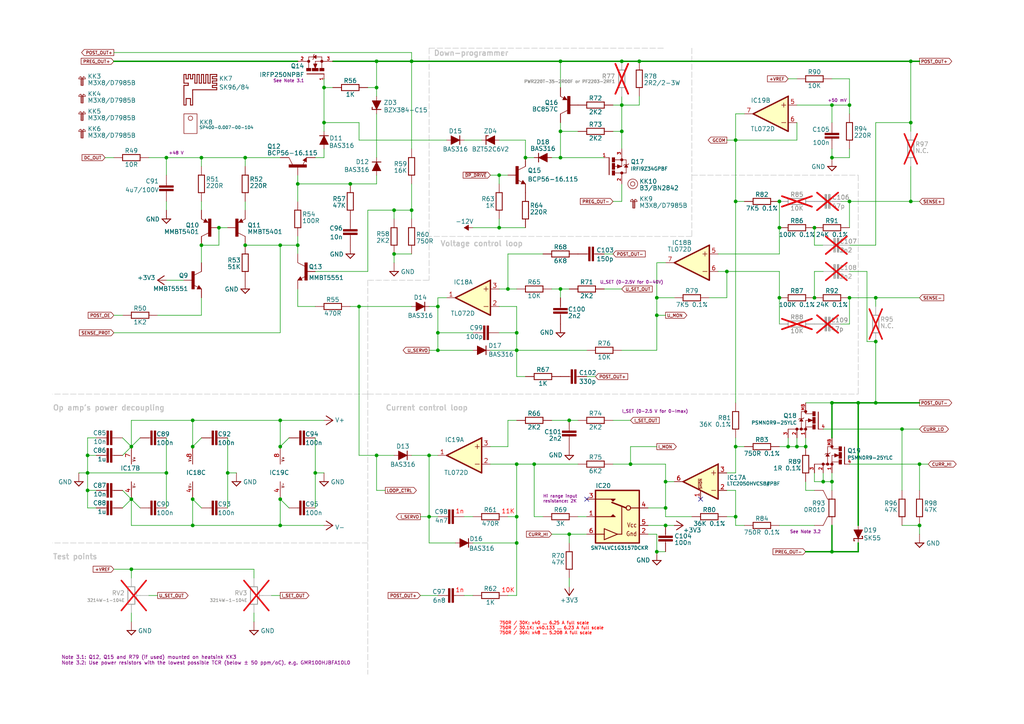
<source format=kicad_sch>
(kicad_sch (version 20250114) (generator "eeschema") (generator_version "9.0")
  (paper "A4")
  (title_block (title "${project_name}") (date "2025-12-17") (rev "${project_version}") (company "${project_creator}") (comment 1 "${project_license}") (comment 2 "${project_info}") (comment 3 "${project_url}"))
  (text "Hi range input\nresistance: 2K" (at 157.48 146.05 0) (effects (font (size 0.889 0.889)) (justify left bottom)))
  (text "11K" (at 145.415 149.225 0) (effects (font (size 1.27 1.27)) (justify left bottom)))
  (text "Down-programmer" (at 125.73 16.51 0) (effects (font (size 1.524 1.524) (thickness 0.3048) (bold yes)) (justify left bottom)))
  (text "+50 mV" (at 240.03 29.845 0) (effects (font (size 0.889 0.889)) (justify left bottom)))
  (text "I_SET (0-2.5 V for 0-Imax)" (at 180.34 120.015 0) (effects (font (size 0.889 0.889)) (justify left bottom)))
  (text "1n" (at 132.08 172.085 0) (effects (font (size 1.27 1.27)) (justify left bottom)))
  (text "Op amp's power decoupling" (at 15.24 119.38 0) (effects (font (size 1.524 1.524) (thickness 0.3048) (bold yes)) (justify left bottom)))
  (text "See Note 3.1" (at 88.265 24.13 0) (effects (font (size 0.889 0.889)) (justify right bottom)))
  (text "10K" (at 145.415 172.085 0) (effects (font (size 1.27 1.27)) (justify left bottom)))
  (text "Current control loop" (at 111.76 119.38 0) (effects (font (size 1.524 1.524) (thickness 0.3048) (bold yes)) (justify left bottom)))
  (text "Voltage control loop" (at 127.635 71.755 0) (effects (font (size 1.524 1.524) (thickness 0.3048) (bold yes)) (justify left bottom)))
  (text "See Note 3.2" (at 238.125 154.94 0) (effects (font (size 0.889 0.889)) (justify right bottom)))
  (text "+48 V" (at 48.895 45.085 0) (effects (font (size 0.889 0.889)) (justify left bottom)))
  (text "U_SET (0-2.5V for 0-40V)" (at 173.99 82.55 0) (effects (font (size 0.889 0.889)) (justify left bottom)))
  (text "Test points" (at 15.24 162.56 0) (effects (font (size 1.524 1.524) (thickness 0.3048) (bold yes)) (justify left bottom)))
  (text "750R / 30K: x40 ... 6.25 A full scale\n750R / 30.1K: x40.133 ... 6.23 A full scale\n750R / 36K: x48 ... 5.208 A full scale" (at 144.78 180.34 0) (effects (font (size 0.889 0.889)) (justify left top)))
  (text "Note 3.1: Q12, Q15 and R79 (if used) mounted on heatsink KK3\nNote 3.2: Use power resistors with the lowest possible TCR (below ± 50 ppm/oC), e.g. GMR100HJBFA10L0" (at 17.78 193.04 0) (effects (font (size 1.016 1.016)) (justify left bottom)))
  (text "1n" (at 132.08 149.225 0) (effects (font (size 1.27 1.27)) (justify left bottom)))
  (junction (at 190.5 86.36))
  (junction (at 91.44 137.16))
  (junction (at 193.04 152.4))
  (junction (at 55.88 121.92))
  (junction (at 248.92 116.84))
  (junction (at 55.88 129.54))
  (junction (at 254 86.36))
  (junction (at 241.3 30.48))
  (junction (at 86.36 71.12))
  (junction (at 81.28 144.78))
  (junction (at 226.06 66.04))
  (junction (at 241.3 116.84))
  (junction (at 233.68 129.54))
  (junction (at 180.34 30.48))
  (junction (at 236.22 66.04))
  (junction (at 264.16 58.42))
  (junction (at 48.26 137.16))
  (junction (at 71.12 71.12))
  (junction (at 81.28 129.54))
  (junction (at 213.36 40.64))
  (junction (at 190.5 91.44))
  (junction (at 238.76 139.7))
  (junction (at 165.1 154.94))
  (junction (at 149.86 134.62))
  (junction (at 38.1 129.54))
  (junction (at 182.88 134.62))
  (junction (at 246.38 86.36))
  (junction (at 104.14 88.9))
  (junction (at 109.22 25.4))
  (junction (at 149.86 96.52))
  (junction (at 63.5 66.04))
  (junction (at 81.28 152.4))
  (junction (at 66.04 137.16))
  (junction (at 180.34 17.78))
  (junction (at 48.26 45.72))
  (junction (at 213.36 58.42))
  (junction (at 147.32 83.82))
  (junction (at 71.12 45.72))
  (junction (at 185.42 17.78))
  (junction (at 162.56 38.1))
  (junction (at 193.04 139.7))
  (junction (at 149.86 157.48))
  (junction (at 38.1 165.1))
  (junction (at 162.56 45.72))
  (junction (at 231.14 129.54))
  (junction (at 144.78 66.04))
  (junction (at 55.88 152.4))
  (junction (at 228.6 129.54))
  (junction (at 266.7 152.4))
  (junction (at 246.38 30.48))
  (junction (at 58.42 71.12))
  (junction (at 254 99.06))
  (junction (at 152.4 45.72))
  (junction (at 190.5 160.02))
  (junction (at 58.42 45.72))
  (junction (at 25.4 132.08))
  (junction (at 241.3 45.72))
  (junction (at 119.38 60.96))
  (junction (at 213.36 149.86))
  (junction (at 114.3 60.96))
  (junction (at 38.1 144.78))
  (junction (at 93.98 25.4))
  (junction (at 109.22 132.08))
  (junction (at 236.22 86.36))
  (junction (at 81.28 121.92))
  (junction (at 127 88.9))
  (junction (at 124.46 132.08))
  (junction (at 127 96.52))
  (junction (at 226.06 58.42))
  (junction (at 254 116.84))
  (junction (at 162.56 17.78))
  (junction (at 124.46 149.86))
  (junction (at 264.16 17.78))
  (junction (at 93.98 35.56))
  (junction (at 193.04 147.32))
  (junction (at 109.22 17.78))
  (junction (at 25.4 137.16))
  (junction (at 246.38 58.42))
  (junction (at 226.06 86.36))
  (junction (at 241.3 160.02))
  (junction (at 261.62 124.46))
  (junction (at 241.3 139.7))
  (junction (at 213.36 129.54))
  (junction (at 165.1 121.92))
  (junction (at 101.6 53.34))
  (junction (at 81.28 71.12))
  (junction (at 86.36 53.34))
  (junction (at 210.82 78.74))
  (junction (at 25.4 142.24))
  (junction (at 149.86 149.86))
  (junction (at 55.88 144.78))
  (junction (at 149.86 101.6))
  (junction (at 127 101.6))
  (junction (at 114.3 73.66))
  (junction (at 144.78 50.8))
  (junction (at 119.38 17.78))
  (junction (at 180.34 38.1))
  (junction (at 162.56 83.82))
  (junction (at 264.16 35.56))
  (junction (at 266.7 134.62))
  (junction (at 154.94 134.62))
  (no_connect (at 203.2 144.78))
  (no_connect (at 170.18 144.78))
  (wire (pts (xy 109.22 33.02) (xy 109.22 45.72)) (stroke (width 0.1524)))
  (wire (pts (xy 162.56 38.1) (xy 162.56 45.72)) (stroke (width 0.1524)))
  (wire (pts (xy 246.38 71.12) (xy 254 71.12)) (stroke (width 0.1524)))
  (wire (pts (xy 238.76 137.16) (xy 238.76 139.7)))
  (wire (pts (xy 86.36 17.78) (xy 33.02 17.78)) (stroke (width 0.4064)))
  (wire (pts (xy 210.82 142.24) (xy 213.36 142.24)) (stroke (width 0.1524)))
  (wire (pts (xy 147.32 129.54) (xy 142.24 129.54)) (stroke (width 0.1524)))
  (wire (pts (xy 215.9 152.4) (xy 213.36 152.4)) (stroke (width 0.1524)))
  (wire (pts (xy 152.4 66.04) (xy 144.78 66.04)) (stroke (width 0.1524)))
  (wire (pts (xy 210.82 149.86) (xy 213.36 149.86)) (stroke (width 0.1524)))
  (wire (pts (xy 152.4 109.22) (xy 149.86 109.22)) (stroke (width 0.1524)))
  (wire (pts (xy 167.64 38.1) (xy 162.56 38.1)) (stroke (width 0.1524)))
  (wire (pts (xy 213.36 149.86) (xy 213.36 142.24)) (stroke (width 0.1524)))
  (wire (pts (xy 162.56 17.78) (xy 180.34 17.78)) (stroke (width 0.4064)))
  (wire (pts (xy 48.26 50.8) (xy 48.26 45.72)) (stroke (width 0.1524)))
  (wire (pts (xy 91.44 137.16) (xy 91.44 127)) (stroke (width 0.1524)))
  (wire (pts (xy 266.7 134.62) (xy 266.7 142.24)) (stroke (width 0.1524)))
  (wire (pts (xy 149.86 134.62) (xy 149.86 149.86)) (stroke (width 0.1524)))
  (wire (pts (xy 27.94 147.32) (xy 25.4 147.32)) (stroke (width 0.1524)))
  (polyline (pts (xy 124.46 68.58) (xy 124.46 81.28)) (stroke (width 0.1524) (type dash) (color 194 194 194 1)))
  (wire (pts (xy 35.56 147.32) (xy 38.1 144.78)) (stroke (width 0.1524)))
  (wire (pts (xy 241.3 45.72) (xy 241.3 43.18)) (stroke (width 0.1524)))
  (wire (pts (xy 261.62 124.46) (xy 266.7 124.46)) (stroke (width 0.1524)))
  (wire (pts (xy 228.6 127) (xy 228.6 129.54)))
  (wire (pts (xy 180.34 101.6) (xy 190.5 101.6)) (stroke (width 0.1524)))
  (wire (pts (xy 55.88 121.92) (xy 81.28 121.92)) (stroke (width 0.1524)))
  (wire (pts (xy 35.56 91.44) (xy 33.02 91.44)) (stroke (width 0.1524)))
  (wire (pts (xy 243.84 58.42) (xy 246.38 58.42)) (stroke (width 0.1524)))
  (wire (pts (xy 147.32 121.92) (xy 147.32 129.54)) (stroke (width 0.1524)))
  (wire (pts (xy 114.3 76.2) (xy 114.3 73.66)) (stroke (width 0.1524)))
  (wire (pts (xy 149.86 101.6) (xy 149.86 109.22)) (stroke (width 0.1524)))
  (wire (pts (xy 119.38 132.08) (xy 124.46 132.08)) (stroke (width 0.1524)))
  (wire (pts (xy 33.02 165.1) (xy 38.1 165.1)))
  (wire (pts (xy 254 71.12) (xy 254 35.56)) (stroke (width 0.1524)))
  (wire (pts (xy 213.36 116.84) (xy 213.36 58.42)) (stroke (width 0.1524)))
  (wire (pts (xy 58.42 76.2) (xy 58.42 71.12)) (stroke (width 0.1524)))
  (wire (pts (xy 81.28 129.54) (xy 81.28 121.92)) (stroke (width 0.1524)))
  (wire (pts (xy 35.56 142.24) (xy 38.1 144.78)) (stroke (width 0.1524)))
  (wire (pts (xy 243.84 93.98) (xy 246.38 93.98)) (stroke (width 0.1524)))
  (wire (pts (xy 246.38 86.36) (xy 254 86.36)) (stroke (width 0.1524)))
  (wire (pts (xy 226.06 78.74) (xy 210.82 78.74)) (stroke (width 0.1524)))
  (wire (pts (xy 101.6 53.34) (xy 109.22 53.34)) (stroke (width 0.1524)))
  (wire (pts (xy 127 132.08) (xy 124.46 132.08)) (stroke (width 0.1524)))
  (wire (pts (xy 109.22 142.24) (xy 111.76 142.24)) (stroke (width 0.1524)))
  (wire (pts (xy 254 116.84) (xy 254 99.06)) (stroke (width 0.1524)))
  (wire (pts (xy 106.68 60.96) (xy 106.68 78.74)) (stroke (width 0.1524)))
  (wire (pts (xy 215.9 33.02) (xy 213.36 33.02)) (stroke (width 0.1524)))
  (wire (pts (xy 144.78 40.64) (xy 152.4 40.64)) (stroke (width 0.1524)))
  (wire (pts (xy 154.94 149.86) (xy 154.94 134.62)) (stroke (width 0.1524)))
  (wire (pts (xy 165.1 170.18) (xy 165.1 167.64)))
  (wire (pts (xy 246.38 33.02) (xy 246.38 30.48)) (stroke (width 0.1524)))
  (wire (pts (xy 109.22 50.8) (xy 109.22 53.34)) (stroke (width 0.1524)))
  (wire (pts (xy 48.26 81.28) (xy 53.34 81.28)) (stroke (width 0.1524)))
  (wire (pts (xy 213.36 129.54) (xy 213.36 127)) (stroke (width 0.1524)))
  (wire (pts (xy 86.36 53.34) (xy 101.6 53.34)) (stroke (width 0.1524)))
  (wire (pts (xy 129.54 86.36) (xy 127 86.36)) (stroke (width 0.1524)))
  (wire (pts (xy 40.64 127) (xy 38.1 129.54)) (stroke (width 0.1524)))
  (wire (pts (xy 266.7 86.36) (xy 254 86.36)) (stroke (width 0.1524)))
  (wire (pts (xy 162.56 83.82) (xy 160.02 83.82)) (stroke (width 0.1524)))
  (wire (pts (xy 175.26 83.82) (xy 180.34 83.82)) (stroke (width 0.1524)))
  (wire (pts (xy 215.9 58.42) (xy 213.36 58.42)) (stroke (width 0.1524)))
  (wire (pts (xy 109.22 25.4) (xy 109.22 17.78)) (stroke (width 0.1524)))
  (wire (pts (xy 231.14 30.48) (xy 241.3 30.48)) (stroke (width 0.1524)))
  (wire (pts (xy 238.76 124.46) (xy 261.62 124.46)) (stroke (width 0.1524)))
  (wire (pts (xy 96.52 25.4) (xy 93.98 25.4)) (stroke (width 0.1524)))
  (wire (pts (xy 170.18 101.6) (xy 149.86 101.6)) (stroke (width 0.1524)))
  (wire (pts (xy 162.56 45.72) (xy 160.02 45.72)) (stroke (width 0.1524)))
  (wire (pts (xy 248.92 116.84) (xy 248.92 152.4)) (stroke (width 0.4064)))
  (wire (pts (xy 127 101.6) (xy 137.16 101.6)) (stroke (width 0.1524)))
  (wire (pts (xy 175.26 45.72) (xy 162.56 45.72)) (stroke (width 0.1524)))
  (wire (pts (xy 248.92 116.84) (xy 254 116.84)) (stroke (width 0.4064)))
  (wire (pts (xy 109.22 142.24) (xy 109.22 132.08)) (stroke (width 0.1524)))
  (wire (pts (xy 170.18 109.22) (xy 172.72 109.22)) (stroke (width 0.1524)))
  (wire (pts (xy 195.58 152.4) (xy 193.04 152.4)) (stroke (width 0.1524)))
  (wire (pts (xy 266.7 134.62) (xy 269.24 134.62)) (stroke (width 0.1524)))
  (wire (pts (xy 86.36 58.42) (xy 86.36 53.34)) (stroke (width 0.1524)))
  (wire (pts (xy 236.22 142.24) (xy 233.68 142.24)) (stroke (width 0.1524)))
  (wire (pts (xy 63.5 66.04) (xy 63.5 71.12)) (stroke (width 0.1524)))
  (wire (pts (xy 119.38 53.34) (xy 119.38 60.96)) (stroke (width 0.1524)))
  (wire (pts (xy 160.02 121.92) (xy 165.1 121.92)) (stroke (width 0.1524)))
  (wire (pts (xy 119.38 17.78) (xy 162.56 17.78)) (stroke (width 0.4064)))
  (wire (pts (xy 238.76 78.74) (xy 236.22 78.74)) (stroke (width 0.1524)))
  (wire (pts (xy 266.7 152.4) (xy 261.62 152.4)) (stroke (width 0.1524)))
  (polyline (pts (xy 200.66 50.8) (xy 200.66 68.58)) (stroke (width 0.1524) (type dash) (color 194 194 194 1)))
  (wire (pts (xy 177.8 30.48) (xy 180.34 30.48)) (stroke (width 0.1524)))
  (wire (pts (xy 162.56 38.1) (xy 162.56 35.56)) (stroke (width 0.1524)))
  (polyline (pts (xy 106.68 81.28) (xy 106.68 114.3)) (stroke (width 0.1524) (type dash) (color 194 194 194 1)))
  (wire (pts (xy 226.06 58.42) (xy 226.06 66.04)) (stroke (width 0.1524)))
  (wire (pts (xy 81.28 71.12) (xy 81.28 96.52)) (stroke (width 0.1524)))
  (wire (pts (xy 162.56 25.4) (xy 162.56 17.78)) (stroke (width 0.1524)))
  (wire (pts (xy 246.38 45.72) (xy 241.3 45.72)) (stroke (width 0.1524)))
  (wire (pts (xy 91.44 45.72) (xy 93.98 45.72)) (stroke (width 0.1524)))
  (wire (pts (xy 266.7 154.94) (xy 266.7 152.4)) (stroke (width 0.1524)))
  (wire (pts (xy 149.86 157.48) (xy 149.86 149.86)) (stroke (width 0.1524)))
  (wire (pts (xy 208.28 73.66) (xy 226.06 73.66)) (stroke (width 0.1524)))
  (wire (pts (xy 81.28 45.72) (xy 71.12 45.72)) (stroke (width 0.1524)))
  (wire (pts (xy 55.88 152.4) (xy 81.28 152.4)) (stroke (width 0.1524)))
  (wire (pts (xy 144.78 66.04) (xy 137.16 66.04)) (stroke (width 0.1524)))
  (wire (pts (xy 241.3 160.02) (xy 248.92 160.02)) (stroke (width 0.4064)))
  (wire (pts (xy 71.12 60.96) (xy 71.12 58.42)) (stroke (width 0.1524)))
  (wire (pts (xy 190.5 91.44) (xy 190.5 86.36)) (stroke (width 0.1524)))
  (wire (pts (xy 180.34 30.48) (xy 185.42 30.48)) (stroke (width 0.1524)))
  (wire (pts (xy 241.3 139.7) (xy 241.3 142.24)) (stroke (width 0.1524)))
  (wire (pts (xy 91.44 78.74) (xy 106.68 78.74)) (stroke (width 0.1524)))
  (wire (pts (xy 63.5 71.12) (xy 58.42 71.12)) (stroke (width 0.1524)))
  (wire (pts (xy 137.16 172.72) (xy 134.62 172.72)) (stroke (width 0.1524)))
  (wire (pts (xy 149.86 96.52) (xy 149.86 88.9)) (stroke (width 0.1524)))
  (polyline (pts (xy 124.46 13.97) (xy 124.46 67.945)) (stroke (width 0.1524) (type dash) (color 194 194 194 1)))
  (wire (pts (xy 193.04 147.32) (xy 193.04 149.86)) (stroke (width 0.1524)))
  (wire (pts (xy 66.04 127) (xy 66.04 137.16)) (stroke (width 0.1524)))
  (wire (pts (xy 147.32 50.8) (xy 144.78 50.8)) (stroke (width 0.1524)))
  (wire (pts (xy 165.1 83.82) (xy 162.56 83.82)) (stroke (width 0.1524)))
  (wire (pts (xy 213.36 40.64) (xy 231.14 40.64)) (stroke (width 0.1524)))
  (wire (pts (xy 35.56 132.08) (xy 38.1 129.54)) (stroke (width 0.1524)))
  (wire (pts (xy 160.02 154.94) (xy 165.1 154.94)) (stroke (width 0.1524)))
  (polyline (pts (xy 200.66 68.58) (xy 124.46 68.58)) (stroke (width 0.1524) (type dash) (color 194 194 194 1)))
  (polyline (pts (xy 248.92 50.8) (xy 248.92 114.3)) (stroke (width 0.1524) (type dash) (color 194 194 194 1)))
  (wire (pts (xy 114.3 73.66) (xy 119.38 73.66)) (stroke (width 0.1524)))
  (wire (pts (xy 81.28 152.4) (xy 93.98 152.4)) (stroke (width 0.1524)))
  (wire (pts (xy 180.34 38.1) (xy 180.34 43.18)) (stroke (width 0.1524)))
  (wire (pts (xy 228.6 129.54) (xy 231.14 129.54)) (stroke (width 0.1524)))
  (wire (pts (xy 177.8 134.62) (xy 182.88 134.62)) (stroke (width 0.1524)))
  (wire (pts (xy 165.1 121.92) (xy 167.64 121.92)) (stroke (width 0.1524)))
  (wire (pts (xy 180.34 30.48) (xy 180.34 38.1)) (stroke (width 0.1524)))
  (wire (pts (xy 30.48 45.72) (xy 33.02 45.72)) (stroke (width 0.1524)))
  (wire (pts (xy 213.36 33.02) (xy 213.36 40.64)) (stroke (width 0.1524)))
  (wire (pts (xy 246.38 58.42) (xy 264.16 58.42)) (stroke (width 0.1524)))
  (wire (pts (xy 190.5 160.02) (xy 193.04 160.02)) (stroke (width 0.1524)))
  (wire (pts (xy 241.3 137.16) (xy 241.3 139.7)) (stroke (width 0.1524)))
  (wire (pts (xy 154.94 134.62) (xy 149.86 134.62)) (stroke (width 0.1524)))
  (wire (pts (xy 165.1 154.94) (xy 165.1 157.48)))
  (wire (pts (xy 264.16 58.42) (xy 266.7 58.42)) (stroke (width 0.1524)))
  (wire (pts (xy 124.46 88.9) (xy 127 88.9)) (stroke (width 0.1524)))
  (wire (pts (xy 144.78 50.8) (xy 142.24 50.8)) (stroke (width 0.1524)))
  (wire (pts (xy 231.14 22.86) (xy 228.6 22.86)) (stroke (width 0.1524)))
  (wire (pts (xy 193.04 76.2) (xy 190.5 76.2)) (stroke (width 0.1524)))
  (wire (pts (xy 190.5 76.2) (xy 190.5 86.36)) (stroke (width 0.1524)))
  (wire (pts (xy 144.78 50.8) (xy 144.78 53.34)) (stroke (width 0.1524)))
  (wire (pts (xy 43.18 172.72) (xy 45.72 172.72)))
  (wire (pts (xy 93.98 25.4) (xy 93.98 35.56)) (stroke (width 0.1524)))
  (wire (pts (xy 152.4 45.72) (xy 152.4 40.64)) (stroke (width 0.1524)))
  (wire (pts (xy 190.5 101.6) (xy 190.5 91.44)) (stroke (width 0.1524)))
  (wire (pts (xy 193.04 139.7) (xy 193.04 134.62)) (stroke (width 0.1524)))
  (wire (pts (xy 241.3 30.48) (xy 246.38 30.48)) (stroke (width 0.1524)))
  (wire (pts (xy 78.74 172.72) (xy 81.28 172.72)))
  (wire (pts (xy 25.4 127) (xy 27.94 127)) (stroke (width 0.1524)))
  (wire (pts (xy 226.06 66.04) (xy 226.06 73.66)) (stroke (width 0.1524)))
  (wire (pts (xy 147.32 83.82) (xy 144.78 83.82)) (stroke (width 0.1524)))
  (wire (pts (xy 38.1 152.4) (xy 38.1 144.78)) (stroke (width 0.1524)))
  (wire (pts (xy 147.32 172.72) (xy 149.86 172.72)) (stroke (width 0.1524)))
  (wire (pts (xy 58.42 127) (xy 55.88 129.54)) (stroke (width 0.1524)))
  (polyline (pts (xy 200.66 50.8) (xy 248.92 50.8)) (stroke (width 0.1524) (type dash) (color 194 194 194 1)))
  (wire (pts (xy 48.26 137.16) (xy 48.26 147.32)) (stroke (width 0.1524)))
  (wire (pts (xy 226.06 78.74) (xy 226.06 86.36)) (stroke (width 0.1524)))
  (wire (pts (xy 81.28 121.92) (xy 93.98 121.92)) (stroke (width 0.1524)))
  (wire (pts (xy 231.14 40.64) (xy 231.14 35.56)) (stroke (width 0.1524)))
  (wire (pts (xy 177.8 121.92) (xy 182.88 121.92)) (stroke (width 0.1524)))
  (wire (pts (xy 119.38 43.18) (xy 119.38 17.78)) (stroke (width 0.1524)))
  (polyline (pts (xy 124.46 13.97) (xy 192.405 13.97)) (stroke (width 0.1524) (type dash) (color 194 194 194 1)))
  (wire (pts (xy 35.56 127) (xy 38.1 129.54)) (stroke (width 0.1524)))
  (wire (pts (xy 190.5 160.02) (xy 190.5 154.94)) (stroke (width 0.1524)))
  (wire (pts (xy 33.02 96.52) (xy 81.28 96.52)) (stroke (width 0.1524)))
  (wire (pts (xy 236.22 78.74) (xy 236.22 86.36)) (stroke (width 0.1524)))
  (wire (pts (xy 109.22 132.08) (xy 114.3 132.08)) (stroke (width 0.1524)))
  (wire (pts (xy 149.86 101.6) (xy 149.86 96.52)) (stroke (width 0.1524)))
  (wire (pts (xy 91.44 147.32) (xy 91.44 137.16)) (stroke (width 0.1524)))
  (wire (pts (xy 213.36 137.16) (xy 213.36 129.54)) (stroke (width 0.1524)))
  (wire (pts (xy 83.82 147.32) (xy 81.28 144.78)) (stroke (width 0.1524)))
  (wire (pts (xy 167.64 134.62) (xy 154.94 134.62)) (stroke (width 0.1524)))
  (wire (pts (xy 162.56 86.36) (xy 162.56 83.82)) (stroke (width 0.1524)))
  (wire (pts (xy 25.4 132.08) (xy 25.4 127)) (stroke (width 0.1524)))
  (wire (pts (xy 58.42 60.96) (xy 58.42 58.42)) (stroke (width 0.1524)))
  (polyline (pts (xy 106.68 114.3) (xy 106.68 195.58)) (stroke (width 0.1524) (type dash) (color 194 194 194 1)))
  (wire (pts (xy 104.14 132.08) (xy 109.22 132.08)) (stroke (width 0.1524)))
  (wire (pts (xy 154.94 45.72) (xy 152.4 45.72)) (stroke (width 0.1524)))
  (wire (pts (xy 48.26 45.72) (xy 58.42 45.72)) (stroke (width 0.1524)))
  (wire (pts (xy 58.42 147.32) (xy 55.88 144.78)) (stroke (width 0.1524)))
  (wire (pts (xy 241.3 116.84) (xy 233.68 116.84)) (stroke (width 0.1524)))
  (wire (pts (xy 58.42 48.26) (xy 58.42 45.72)) (stroke (width 0.1524)))
  (wire (pts (xy 71.12 71.12) (xy 81.28 71.12)) (stroke (width 0.1524)))
  (wire (pts (xy 129.54 40.64) (xy 104.14 40.64)) (stroke (width 0.1524)))
  (wire (pts (xy 86.36 71.12) (xy 86.36 68.58)) (stroke (width 0.1524)))
  (wire (pts (xy 124.46 101.6) (xy 127 101.6)) (stroke (width 0.1524)))
  (polyline (pts (xy 106.68 81.28) (xy 124.46 81.28)) (stroke (width 0.1524) (type dash) (color 194 194 194 1)))
  (wire (pts (xy 119.38 17.78) (xy 119.38 15.24)) (stroke (width 0.1524)))
  (wire (pts (xy 144.78 66.04) (xy 144.78 63.5)) (stroke (width 0.1524)))
  (wire (pts (xy 246.38 58.42) (xy 246.38 66.04)) (stroke (width 0.1524)))
  (wire (pts (xy 200.66 149.86) (xy 193.04 149.86)) (stroke (width 0.1524)))
  (wire (pts (xy 106.68 25.4) (xy 109.22 25.4)) (stroke (width 0.1524)))
  (wire (pts (xy 165.1 154.94) (xy 170.18 154.94)) (stroke (width 0.1524)))
  (wire (pts (xy 134.62 40.64) (xy 139.7 40.64)) (stroke (width 0.1524)))
  (wire (pts (xy 48.26 127) (xy 48.26 137.16)) (stroke (width 0.1524)))
  (wire (pts (xy 33.02 15.24) (xy 119.38 15.24)) (stroke (width 0.1524)))
  (wire (pts (xy 104.14 88.9) (xy 119.38 88.9)) (stroke (width 0.1524)))
  (wire (pts (xy 195.58 139.7) (xy 193.04 139.7)) (stroke (width 0.1524)))
  (wire (pts (xy 182.88 134.62) (xy 193.04 134.62)) (stroke (width 0.1524)))
  (wire (pts (xy 248.92 160.02) (xy 248.92 157.48)) (stroke (width 0.4064)))
  (wire (pts (xy 210.82 137.16) (xy 213.36 137.16)) (stroke (width 0.1524)))
  (wire (pts (xy 175.26 73.66) (xy 177.8 73.66)) (stroke (width 0.1524)))
  (wire (pts (xy 246.38 134.62) (xy 266.7 134.62)) (stroke (width 0.1524)))
  (wire (pts (xy 38.1 165.1) (xy 38.1 167.64)))
  (wire (pts (xy 109.22 17.78) (xy 119.38 17.78)) (stroke (width 0.4064)))
  (wire (pts (xy 63.5 66.04) (xy 66.04 66.04)) (stroke (width 0.1524)))
  (wire (pts (xy 254 116.84) (xy 266.7 116.84)) (stroke (width 0.4064)))
  (wire (pts (xy 180.34 30.48) (xy 180.34 27.94)) (stroke (width 0.1524)))
  (wire (pts (xy 182.88 129.54) (xy 182.88 134.62)))
  (wire (pts (xy 238.76 139.7) (xy 241.3 139.7)))
  (wire (pts (xy 193.04 91.44) (xy 190.5 91.44)) (stroke (width 0.1524)))
  (wire (pts (xy 43.18 45.72) (xy 48.26 45.72)) (stroke (width 0.1524)))
  (polyline (pts (xy 106.68 114.3) (xy 106.68 114.3)) (stroke (width 0.1524) (type dash) (color 194 194 194 1)))
  (wire (pts (xy 254 88.9) (xy 254 86.36)) (stroke (width 0.1524)))
  (wire (pts (xy 104.14 132.08) (xy 104.14 88.9)) (stroke (width 0.1524)))
  (wire (pts (xy 114.3 63.5) (xy 114.3 60.96)) (stroke (width 0.1524)))
  (wire (pts (xy 246.38 43.18) (xy 246.38 45.72)) (stroke (width 0.1524)))
  (wire (pts (xy 58.42 91.44) (xy 58.42 86.36)) (stroke (width 0.1524)))
  (wire (pts (xy 38.1 177.8) (xy 38.1 180.34)))
  (wire (pts (xy 142.24 134.62) (xy 149.86 134.62)) (stroke (width 0.1524)))
  (wire (pts (xy 38.1 165.1) (xy 73.66 165.1)))
  (wire (pts (xy 180.34 58.42) (xy 177.8 58.42)) (stroke (width 0.1524)))
  (wire (pts (xy 25.4 137.16) (xy 22.86 137.16)) (stroke (width 0.1524)))
  (wire (pts (xy 93.98 45.72) (xy 93.98 43.18)) (stroke (width 0.1524)))
  (wire (pts (xy 246.38 78.74) (xy 251.46 78.74)) (stroke (width 0.1524)))
  (wire (pts (xy 241.3 160.02) (xy 241.3 152.4)) (stroke (width 0.4064)))
  (wire (pts (xy 93.98 35.56) (xy 93.98 38.1)) (stroke (width 0.1524)))
  (wire (pts (xy 149.86 121.92) (xy 147.32 121.92)) (stroke (width 0.1524)))
  (wire (pts (xy 231.14 129.54) (xy 233.68 129.54)) (stroke (width 0.1524)))
  (wire (pts (xy 137.16 149.86) (xy 134.62 149.86)) (stroke (width 0.1524)))
  (wire (pts (xy 55.88 121.92) (xy 38.1 121.92)) (stroke (width 0.1524)))
  (polyline (pts (xy 106.68 114.3) (xy 248.92 114.3)) (stroke (width 0.1524) (type dash) (color 194 194 194 1)))
  (wire (pts (xy 236.22 71.12) (xy 236.22 66.04)) (stroke (width 0.1524)))
  (wire (pts (xy 127 88.9) (xy 127 86.36)) (stroke (width 0.1524)))
  (wire (pts (xy 180.34 58.42) (xy 180.34 53.34)) (stroke (width 0.1524)))
  (wire (pts (xy 127 149.86) (xy 124.46 149.86)) (stroke (width 0.1524)))
  (wire (pts (xy 147.32 149.86) (xy 149.86 149.86)) (stroke (width 0.1524)))
  (wire (pts (xy 185.42 17.78) (xy 264.16 17.78)) (stroke (width 0.4064)))
  (wire (pts (xy 93.98 22.86) (xy 93.98 25.4)) (stroke (width 0.1524)))
  (wire (pts (xy 83.82 127) (xy 81.28 129.54)) (stroke (width 0.1524)))
  (wire (pts (xy 137.16 96.52) (xy 127 96.52)) (stroke (width 0.1524)))
  (wire (pts (xy 251.46 78.74) (xy 251.46 99.06)) (stroke (width 0.1524)))
  (wire (pts (xy 231.14 127) (xy 231.14 129.54)))
  (wire (pts (xy 213.36 40.64) (xy 213.36 58.42)) (stroke (width 0.1524)))
  (wire (pts (xy 114.3 60.96) (xy 106.68 60.96)) (stroke (width 0.1524)))
  (wire (pts (xy 213.36 40.64) (xy 210.82 40.64)) (stroke (width 0.1524)))
  (wire (pts (xy 137.16 157.48) (xy 149.86 157.48)) (stroke (width 0.1524)))
  (wire (pts (xy 55.88 129.54) (xy 55.88 121.92)) (stroke (width 0.1524)))
  (wire (pts (xy 226.06 86.36) (xy 226.06 93.98)) (stroke (width 0.1524)))
  (wire (pts (xy 96.52 17.78) (xy 109.22 17.78)) (stroke (width 0.4064)))
  (wire (pts (xy 264.16 38.1) (xy 264.16 35.56)) (stroke (width 0.1524)))
  (wire (pts (xy 241.3 35.56) (xy 241.3 30.48)) (stroke (width 0.1524)))
  (wire (pts (xy 38.1 121.92) (xy 38.1 129.54)) (stroke (width 0.1524)))
  (wire (pts (xy 149.86 172.72) (xy 149.86 157.48)) (stroke (width 0.1524)))
  (wire (pts (xy 73.66 177.8) (xy 73.66 180.34)))
  (wire (pts (xy 104.14 40.64) (xy 104.14 35.56)) (stroke (width 0.1524)))
  (wire (pts (xy 109.22 25.4) (xy 109.22 27.94)) (stroke (width 0.1524)))
  (polyline (pts (xy 106.68 114.3) (xy 15.24 114.3)) (stroke (width 0.1524) (type dash) (color 194 194 194 1)))
  (wire (pts (xy 73.66 165.1) (xy 73.66 167.64)))
  (wire (pts (xy 48.26 60.96) (xy 48.26 58.42)) (stroke (width 0.1524)))
  (wire (pts (xy 86.36 88.9) (xy 86.36 83.82)) (stroke (width 0.1524)))
  (wire (pts (xy 127 101.6) (xy 127 96.52)) (stroke (width 0.1524)))
  (wire (pts (xy 81.28 152.4) (xy 81.28 144.78)) (stroke (width 0.1524)))
  (wire (pts (xy 195.58 86.36) (xy 190.5 86.36)) (stroke (width 0.1524)))
  (wire (pts (xy 241.3 160.02) (xy 233.68 160.02)) (stroke (width 0.4064)))
  (wire (pts (xy 177.8 38.1) (xy 180.34 38.1)) (stroke (width 0.1524)))
  (wire (pts (xy 25.4 142.24) (xy 25.4 137.16)) (stroke (width 0.1524)))
  (wire (pts (xy 93.98 137.16) (xy 91.44 137.16)) (stroke (width 0.1524)))
  (wire (pts (xy 86.36 53.34) (xy 86.36 50.8)) (stroke (width 0.1524)))
  (wire (pts (xy 264.16 35.56) (xy 264.16 17.78)) (stroke (width 0.1524)))
  (wire (pts (xy 142.24 101.6) (xy 149.86 101.6)) (stroke (width 0.1524)))
  (wire (pts (xy 27.94 132.08) (xy 25.4 132.08)) (stroke (width 0.1524)))
  (wire (pts (xy 264.16 48.26) (xy 264.16 58.42)) (stroke (width 0.1524)))
  (wire (pts (xy 190.5 129.54) (xy 182.88 129.54)))
  (wire (pts (xy 193.04 139.7) (xy 193.04 147.32)) (stroke (width 0.1524)))
  (wire (pts (xy 71.12 45.72) (xy 58.42 45.72)) (stroke (width 0.1524)))
  (wire (pts (xy 101.6 88.9) (xy 104.14 88.9)) (stroke (width 0.1524)))
  (wire (pts (xy 25.4 137.16) (xy 25.4 132.08)) (stroke (width 0.1524)))
  (wire (pts (xy 246.38 22.86) (xy 241.3 22.86)) (stroke (width 0.1524)))
  (wire (pts (xy 38.1 152.4) (xy 55.88 152.4)) (stroke (width 0.1524)))
  (wire (pts (xy 241.3 116.84) (xy 248.92 116.84)) (stroke (width 0.4064)))
  (wire (pts (xy 124.46 149.86) (xy 121.92 149.86)) (stroke (width 0.1524)))
  (wire (pts (xy 124.46 157.48) (xy 132.08 157.48)) (stroke (width 0.1524)))
  (wire (pts (xy 236.22 139.7) (xy 238.76 139.7)))
  (polyline (pts (xy 106.68 157.48) (xy 15.24 157.48)) (stroke (width 0.1524) (type dash) (color 194 194 194 1)))
  (wire (pts (xy 157.48 149.86) (xy 154.94 149.86)) (stroke (width 0.1524)))
  (wire (pts (xy 251.46 99.06) (xy 254 99.06)) (stroke (width 0.1524)))
  (wire (pts (xy 127 172.72) (xy 121.92 172.72)) (stroke (width 0.1524)))
  (wire (pts (xy 127 96.52) (xy 127 88.9)) (stroke (width 0.1524)))
  (wire (pts (xy 246.38 93.98) (xy 246.38 86.36)) (stroke (width 0.1524)))
  (wire (pts (xy 25.4 147.32) (xy 25.4 142.24)) (stroke (width 0.1524)))
  (wire (pts (xy 238.76 71.12) (xy 236.22 71.12)) (stroke (width 0.1524)))
  (wire (pts (xy 124.46 132.08) (xy 124.46 149.86)) (stroke (width 0.1524)))
  (wire (pts (xy 266.7 17.78) (xy 264.16 17.78)) (stroke (width 0.4064)))
  (wire (pts (xy 215.9 129.54) (xy 213.36 129.54)) (stroke (width 0.1524)))
  (wire (pts (xy 187.96 147.32) (xy 193.04 147.32)) (stroke (width 0.1524)))
  (polyline (pts (xy 200.66 13.97) (xy 200.66 50.8)) (stroke (width 0.1524) (type dash) (color 194 194 194 1)))
  (wire (pts (xy 149.86 83.82) (xy 147.32 83.82)) (stroke (width 0.1524)))
  (wire (pts (xy 45.72 91.44) (xy 58.42 91.44)) (stroke (width 0.1524)))
  (wire (pts (xy 208.28 78.74) (xy 210.82 78.74)) (stroke (width 0.1524)))
  (wire (pts (xy 246.38 30.48) (xy 246.38 22.86)) (stroke (width 0.1524)))
  (wire (pts (xy 180.34 17.78) (xy 185.42 17.78)) (stroke (width 0.4064)))
  (wire (pts (xy 185.42 30.48) (xy 185.42 27.94)) (stroke (width 0.1524)))
  (wire (pts (xy 104.14 35.56) (xy 93.98 35.56)) (stroke (width 0.1524)))
  (wire (pts (xy 147.32 73.66) (xy 147.32 83.82)) (stroke (width 0.1524)))
  (wire (pts (xy 213.36 152.4) (xy 213.36 149.86)) (stroke (width 0.1524)))
  (wire (pts (xy 71.12 48.26) (xy 71.12 45.72)) (stroke (width 0.1524)))
  (wire (pts (xy 236.22 137.16) (xy 236.22 139.7)))
  (wire (pts (xy 119.38 60.96) (xy 119.38 63.5)) (stroke (width 0.1524)))
  (wire (pts (xy 119.38 60.96) (xy 114.3 60.96)) (stroke (width 0.1524)))
  (wire (pts (xy 124.46 149.86) (xy 124.46 157.48)) (stroke (width 0.1524)))
  (wire (pts (xy 187.96 154.94) (xy 190.5 154.94)) (stroke (width 0.1524)))
  (wire (pts (xy 254 35.56) (xy 264.16 35.56)) (stroke (width 0.1524)))
  (wire (pts (xy 86.36 71.12) (xy 86.36 73.66)) (stroke (width 0.1524)))
  (wire (pts (xy 48.26 137.16) (xy 25.4 137.16)) (stroke (width 0.1524)))
  (wire (pts (xy 40.64 147.32) (xy 38.1 144.78)) (stroke (width 0.1524)))
  (wire (pts (xy 187.96 152.4) (xy 193.04 152.4)) (stroke (width 0.1524)))
  (wire (pts (xy 233.68 127) (xy 233.68 129.54)) (stroke (width 0.1524)))
  (wire (pts (xy 233.68 142.24) (xy 233.68 139.7)) (stroke (width 0.1524)))
  (wire (pts (xy 157.48 73.66) (xy 147.32 73.66)) (stroke (width 0.1524)))
  (wire (pts (xy 261.62 142.24) (xy 261.62 124.46)) (stroke (width 0.1524)))
  (wire (pts (xy 210.82 86.36) (xy 210.82 78.74)) (stroke (width 0.1524)))
  (wire (pts (xy 66.04 137.16) (xy 66.04 147.32)) (stroke (width 0.1524)))
  (wire (pts (xy 144.78 96.52) (xy 149.86 96.52)) (stroke (width 0.1524)))
  (wire (pts (xy 241.3 127) (xy 241.3 116.84)) (stroke (width 0.4064)))
  (wire (pts (xy 68.58 137.16) (xy 66.04 137.16)) (stroke (width 0.1524)))
  (wire (pts (xy 236.22 152.4) (xy 226.06 152.4)) (stroke (width 0.1524)))
  (wire (pts (xy 86.36 88.9) (xy 91.44 88.9)) (stroke (width 0.1524)))
  (wire (pts (xy 144.78 88.9) (xy 149.86 88.9)) (stroke (width 0.1524)))
  (wire (pts (xy 55.88 152.4) (xy 55.88 144.78)) (stroke (width 0.1524)))
  (wire (pts (xy 226.06 129.54) (xy 228.6 129.54)) (stroke (width 0.1524)))
  (wire (pts (xy 81.28 71.12) (xy 86.36 71.12)) (stroke (width 0.1524)))
  (wire (pts (xy 27.94 142.24) (xy 25.4 142.24)) (stroke (width 0.1524)))
  (wire (pts (xy 167.64 149.86) (xy 170.18 149.86)) (stroke (width 0.1524)))
  (wire (pts (xy 205.74 86.36) (xy 210.82 86.36)) (stroke (width 0.1524)))
  (global_label "I_MON" (shape output) (at 190.5 129.54 0) (effects (font (size 0.889 0.889))) (property "Intersheetrefs" "${INTERSHEET_REFS}" (effects (hide yes))))
  (global_label "POST_OUT-" (shape input) (at 177.8 73.66 0) (effects (font (size 0.889 0.889))) (property "Intersheetrefs" "${INTERSHEET_REFS}" (effects (hide yes))))
  (global_label "I_SET_OUT" (shape input) (at 182.88 121.92 0) (effects (font (size 0.889 0.889))) (property "Intersheetrefs" "${INTERSHEET_REFS}" (effects (hide yes))))
  (global_label "POST_OE" (shape input) (at 33.02 91.44 180) (effects (font (size 0.889 0.889))) (property "Intersheetrefs" "${INTERSHEET_REFS}" (effects (hide yes))))
  (global_label "POST_OUT-" (shape output) (at 266.7 116.84 0) (effects (font (size 0.889 0.889))) (property "Intersheetrefs" "${INTERSHEET_REFS}" (effects (hide yes))))
  (global_label "CURR_HI" (shape bidirectional) (at 269.24 134.62 0) (effects (font (size 0.889 0.889))) (property "Intersheetrefs" "${INTERSHEET_REFS}" (effects (hide yes))))
  (global_label "POST_OUT+" (shape output) (at 266.7 17.78 0) (effects (font (size 0.889 0.889))) (property "Intersheetrefs" "${INTERSHEET_REFS}" (effects (hide yes))))
  (global_label "PREG_OUT-" (shape input) (at 233.68 160.02 180) (effects (font (size 0.889 0.889))) (property "Intersheetrefs" "${INTERSHEET_REFS}" (effects (hide yes))))
  (global_label "POST_OUT+" (shape output) (at 33.02 15.24 180) (effects (font (size 0.889 0.889))) (property "Intersheetrefs" "${INTERSHEET_REFS}" (effects (hide yes))))
  (global_label "SENSE-" (shape input) (at 266.7 86.36 0) (effects (font (size 0.889 0.889))) (property "Intersheetrefs" "${INTERSHEET_REFS}" (effects (hide yes))))
  (global_label "+VREF" (shape input) (at 228.6 22.86 180) (effects (font (size 0.889 0.889))) (property "Intersheetrefs" "${INTERSHEET_REFS}" (effects (hide yes))))
  (global_label "GCOM" (shape output) (at 210.82 40.64 180) (effects (font (size 0.889 0.889))) (property "Intersheetrefs" "${INTERSHEET_REFS}" (effects (hide yes))))
  (global_label "LOOP_CTRL" (shape output) (at 111.76 142.24 0) (effects (font (size 0.889 0.889))) (property "Intersheetrefs" "${INTERSHEET_REFS}" (effects (hide yes))))
  (global_label "+VREF" (shape input) (at 33.02 165.1 180) (effects (font (size 0.889 0.889))) (property "Intersheetrefs" "${INTERSHEET_REFS}" (effects (hide yes))))
  (global_label "U_SET_OUT" (shape output) (at 45.72 172.72 0) (effects (font (size 0.889 0.889))) (property "Intersheetrefs" "${INTERSHEET_REFS}" (effects (hide yes))))
  (global_label "CURR_HI" (shape input) (at 160.02 154.94 180) (effects (font (size 0.889 0.889))) (property "Intersheetrefs" "${INTERSHEET_REFS}" (effects (hide yes))))
  (global_label "PREG_OUT+" (shape input) (at 33.02 17.78 180) (effects (font (size 0.889 0.889))) (property "Intersheetrefs" "${INTERSHEET_REFS}" (effects (hide yes))))
  (global_label "SENSE+" (shape input) (at 266.7 58.42 0) (effects (font (size 0.889 0.889))) (property "Intersheetrefs" "${INTERSHEET_REFS}" (effects (hide yes))))
  (global_label "DC_OUT" (shape input) (at 30.48 45.72 180) (effects (font (size 0.889 0.889))) (property "Intersheetrefs" "${INTERSHEET_REFS}" (effects (hide yes))))
  (global_label "SENSE_PROT" (shape input) (at 33.02 96.52 180) (effects (font (size 0.889 0.889))) (property "Intersheetrefs" "${INTERSHEET_REFS}" (effects (hide yes))))
  (global_label "U_MON" (shape output) (at 193.04 91.44 0) (effects (font (size 0.889 0.889))) (property "Intersheetrefs" "${INTERSHEET_REFS}" (effects (hide yes))))
  (global_label "I_SET_OUT" (shape output) (at 81.28 172.72 0) (effects (font (size 0.889 0.889))) (property "Intersheetrefs" "${INTERSHEET_REFS}" (effects (hide yes))))
  (global_label "PREG_OUT-" (shape input) (at 177.8 58.42 180) (effects (font (size 0.889 0.889))) (property "Intersheetrefs" "${INTERSHEET_REFS}" (effects (hide yes))))
  (global_label "~{DP_DRIVE}" (shape input) (at 142.24 50.8 180) (effects (font (size 0.889 0.889))) (property "Intersheetrefs" "${INTERSHEET_REFS}" (effects (hide yes))))
  (global_label "POST_OUT+" (shape input) (at 121.92 172.72 180) (effects (font (size 0.889 0.889))) (property "Intersheetrefs" "${INTERSHEET_REFS}" (effects (hide yes))))
  (global_label "U_SERVO" (shape output) (at 124.46 101.6 180) (effects (font (size 0.889 0.889))) (property "Intersheetrefs" "${INTERSHEET_REFS}" (effects (hide yes))))
  (global_label "CURR_LO" (shape bidirectional) (at 266.7 124.46 0) (effects (font (size 0.889 0.889))) (property "Intersheetrefs" "${INTERSHEET_REFS}" (effects (hide yes))))
  (global_label "POST_OUT+" (shape input) (at 172.72 109.22 0) (effects (font (size 0.889 0.889))) (property "Intersheetrefs" "${INTERSHEET_REFS}" (effects (hide yes))))
  (global_label "U_SET_OUT" (shape input) (at 180.34 83.82 0) (effects (font (size 0.889 0.889))) (property "Intersheetrefs" "${INTERSHEET_REFS}" (effects (hide yes))))
  (global_label "I_SERVO" (shape output) (at 121.92 149.86 180) (effects (font (size 0.889 0.889))) (property "Intersheetrefs" "${INTERSHEET_REFS}" (effects (hide yes))))
  (symbol (lib_id "PCM_EEZ_passives:R-EU") (at 157.48 109.22 90) (unit 1)
    (property "Reference" "R67" (at 157.48 107.95 90) (effects (justify top)))
    (property "Value" "1K" (at 157.48 110.49 90) (effects (justify bottom)))
    (property "Footprint" "PCM_EEZ_passives:R_0805_2012Metric" (effects (hide yes)))
    (property "DigiKey" "RC0805FR-071KL" (effects (hide yes)))
    (property "Mouser" "603-RC0805FR-071KL" (effects (hide yes)))
    (property "TME" "RC0805FR-071K" (effects (hide yes)))
  )
  (symbol (lib_id "PCM_EEZ_symbols:GND") (at 266.7 157.48 0) (mirror y) (unit 1)
    (property "Reference" "#SUPPLY057" (effects (hide yes)))
    (property "Value" "GND" (at 268.605 156.845 0) (effects (justify right top)))
  )
  (symbol (lib_id "PCM_EEZ_discretes:DIODE_ZENER") (at 109.22 30.48 270) (unit 1)
    (property "Reference" "ZD3" (at 111.252 30.48 90) (effects (justify left bottom)))
    (property "Value" "BZX384-C15" (at 111.252 32.639 90) (effects (justify left bottom)))
    (property "Footprint" "PCM_EEZ_SMD:SOD-323_1P8X1P35_ONS-M" (effects (hide yes)))
    (property "DigiKey" "1727-4986-1-ND" (effects (hide yes)))
    (property "LCSC" "C454989" (effects (hide yes)))
    (property "Mouser" "78-BZX384C15-E3-08" (effects (hide yes)))
    (property "TME" "BZX384-C15.115" (effects (hide yes)))
  )
  (symbol (lib_id "PCM_EEZ_symbols:GND") (at 68.58 139.7 0) (mirror y) (unit 1)
    (property "Reference" "#SUPPLY047" (effects (hide yes)))
    (property "Value" "GND" (at 70.485 139.065 0) (effects (justify right top)))
  )
  (symbol (lib_id "PCM_EEZ_discretes:NMOS_LFPAK") (at 236.22 121.92 0) (mirror y) (unit 1)
    (property "Reference" "Q18" (at 231.14 121.285 0) (effects (justify left bottom)))
    (property "Value" "PSMN0R9-25YLC" (at 231.14 123.19 0) (effects (font (size 1.016 1.016)) (justify left bottom)))
    (property "Footprint" "PCM_EEZ_SMD:SOT669" (effects (hide yes)))
    (property "DigiKey" "1727-5292-1-ND" (effects (hide yes)))
    (property "Mouser" "771-PSMN0R925YLC115" (effects (hide yes)))
    (property "TME" "PSMN0R9-25YLC.115" (effects (hide yes)))
  )
  (symbol (lib_id "PCM_EEZ_passives:C-EU") (at 43.18 147.32 90) (unit 1)
    (property "Reference" "C90" (at 45.339 146.939 90) (effects (justify right top)))
    (property "Value" "100n" (at 45.339 149.479 90) (effects (justify right top)))
    (property "Footprint" "PCM_EEZ_passives:C_0603_1608Metric" (effects (hide yes)))
    (property "DigiKey" "490-4774-1-ND" (effects (hide yes)))
    (property "Mouser" "80-C0603C104M4R" (effects (hide yes)))
    (property "TME" "CL10B104KA8NNNC" (effects (hide yes)))
  )
  (symbol (lib_id "PCM_EEZ_passives:C-EU") (at 63.5 147.32 270) (unit 1)
    (property "Reference" "C93" (at 63.119 146.939 90) (effects (justify left bottom)))
    (property "Value" "100n" (at 63.119 149.479 90) (effects (justify left bottom)))
    (property "Footprint" "PCM_EEZ_passives:C_0603_1608Metric" (effects (hide yes)))
    (property "DigiKey" "490-4774-1-ND" (effects (hide yes)))
    (property "Mouser" "80-C0603C104M4R" (effects (hide yes)))
    (property "TME" "CL10B104KA8NNNC" (effects (hide yes)))
  )
  (symbol (lib_id "PCM_EEZ_discretes:NMOS_GDS") (at 91.44 20.32 90) (unit 1)
    (property "Reference" "Q14" (at 88.265 18.415 90) (effects (justify left bottom)))
    (property "Value" "IRFP250NPBF" (at 88.265 20.955 90) (effects (justify left bottom)))
    (property "Footprint" "PCM_EEZ_THT:TO247-3_SUNKEN" (effects (hide yes)))
    (property "DigiKey" "IRFP250NPBF-ND" (effects (hide yes)))
    (property "Mouser" "942-IRFP250NPBF " (effects (hide yes)))
    (property "TME" "IRFP250NPBF" (effects (hide yes)))
  )
  (symbol (lib_id "PCM_EEZ_discretes:DIODE") (at 121.92 88.9 0) (unit 1)
    (property "Reference" "D14" (at 121.92 86.995 0) (effects (justify bottom)))
    (property "Value" "BAS316" (at 121.92 90.805 0) (effects (justify top)))
    (property "Footprint" "PCM_EEZ_SMD:SOD-323_1P8X1P35_ONS-M" (effects (hide yes)))
    (property "DigiKey" "1727-7370-1-ND" (effects (hide yes)))
    (property "Mouser" "771-BAS316-T/R" (effects (hide yes)))
    (property "TME" "BAS316,115" (effects (hide yes)))
  )
  (symbol (lib_id "PCM_EEZ_passives:R-EU") (at 241.3 86.36 270) (unit 1)
    (property "Reference" "R92" (at 241.3 85.09 90) (effects (justify bottom)))
    (property "Value" "24K 0.1%" (at 241.3 87.63 90) (effects (justify top)))
    (property "Footprint" "PCM_EEZ_passives:R_0805_2012Metric" (effects (hide yes)))
  )
  (symbol (lib_id "PCM_EEZ_discretes:DIODE") (at 116.84 132.08 0) (unit 1)
    (property "Reference" "D13" (at 116.84 130.175 0) (effects (justify bottom)))
    (property "Value" "BAS316" (at 116.84 133.985 0) (effects (justify top)))
    (property "Footprint" "PCM_EEZ_SMD:SOD-323_1P8X1P35_ONS-M" (effects (hide yes)))
    (property "DigiKey" "1727-7370-1-ND" (effects (hide yes)))
    (property "Mouser" "771-BAS316-T/R" (effects (hide yes)))
    (property "TME" "BAS316,115" (effects (hide yes)))
  )
  (symbol (lib_id "PCM_EEZ_symbols:GND") (at 48.26 63.5 0) (unit 1)
    (property "Reference" "#SUPPLY046" (effects (hide yes)))
    (property "Value" "GND" (at 46.355 62.865 0) (effects (justify right top)))
  )
  (symbol (lib_id "PCM_EEZ_passives:R-EU") (at 200.66 86.36 270) (unit 1)
    (property "Reference" "R79" (at 200.66 85.09 90) (effects (justify bottom)))
    (property "Value" "7K5 0.1%" (at 200.66 87.63 90) (effects (justify top)))
    (property "Footprint" "PCM_EEZ_passives:R_0805_2012Metric" (effects (hide yes)))
    (property "DigiKey" "YAG1974CT-ND" (effects (hide yes)))
    (property "Mouser" "279-CPF0805B7K5E1" (effects (hide yes)))
    (property "TME" "AR05BTCW7501" (effects (hide yes)))
  )
  (symbol (lib_id "PCM_EEZ_passives:R-EU") (at 162.56 73.66 90) (unit 1)
    (property "Reference" "R68" (at 162.56 72.39 90) (effects (justify top)))
    (property "Value" "6K8" (at 162.56 74.93 90) (effects (justify bottom)))
    (property "Footprint" "PCM_EEZ_passives:R_0805_2012Metric" (effects (hide yes)))
  )
  (symbol (lib_id "PCM_EEZ_passives:R-EU") (at 266.7 147.32 0) (unit 1)
    (property "Reference" "R98" (at 267.97 146.685 0) (effects (justify left bottom)))
    (property "Value" "47K" (at 267.97 148.59 0) (effects (justify left bottom)))
    (property "Footprint" "PCM_EEZ_passives:R_0805_2012Metric" (effects (hide yes)))
    (property "DigiKey" "RHM47KKCT-ND" (effects (hide yes)))
    (property "Mouser" "603-RC0805FR-0747KL" (effects (hide yes)))
    (property "TME" "RC0805FR-0747K" (effects (hide yes)))
  )
  (symbol (lib_id "PCM_EEZ_passives:R-EU") (at 172.72 38.1 90) (unit 1)
    (property "Reference" "R73" (at 172.72 36.83 90) (effects (justify top)))
    (property "Value" "2K2" (at 172.72 39.37 90) (effects (justify bottom)))
    (property "Footprint" "PCM_EEZ_passives:R_0805_2012Metric" (effects (hide yes)))
    (property "DigiKey" "311-2.20KCRCT-ND" (effects (hide yes)))
    (property "Mouser" "603-RC0805FR-072K2L" (effects (hide yes)))
    (property "TME" "0805S8F2201T5E" (effects (hide yes)))
  )
  (symbol (lib_id "PCM_EEZ_passives:R-EU") (at 236.22 22.86 270) (unit 1)
    (property "Reference" "R90" (at 236.22 21.59 90) (effects (justify bottom)))
    (property "Value" "10K" (at 236.22 24.13 90) (effects (justify top)))
    (property "Footprint" "PCM_EEZ_passives:R_0805_2012Metric" (effects (hide yes)))
    (property "DigiKey" "311-10.0KCRCT-ND" (effects (hide yes)))
    (property "Mouser" "603-RC0805FR-0710KL" (effects (hide yes)))
    (property "TME" "RC0805FR-1310KL" (effects (hide yes)))
  )
  (symbol (lib_id "PCM_EEZ_symbols:GND") (at 101.6 73.66 0) (unit 1)
    (property "Reference" "#SUPPLY051" (effects (hide yes)))
    (property "Value" "GND" (at 99.695 73.025 0) (effects (justify right top)))
  )
  (symbol (lib_id "PCM_EEZ_discretes:DIODE_ZENER") (at 142.24 40.64 180) (unit 1)
    (property "Reference" "ZD4" (at 142.24 38.735 0) (effects (justify top)))
    (property "Value" "BZT52C6V2" (at 142.24 42.545 0) (effects (justify bottom)))
    (property "Footprint" "PCM_EEZ_SMD:SOD123" (effects (hide yes)))
    (property "DigiKey" "4878-BZT52C6V2CT-ND" (effects (hide yes)))
    (property "LCSC" "C397931" (effects (hide yes)))
    (property "Mouser" "621-BZT52C6V2-13-F" (effects (hide yes)))
    (property "TME" "BZT52C6V2GW" (effects (hide yes)))
  )
  (symbol (lib_id "PCM_EEZ_unsorted:M3X8/D7985B") (at 22.86 22.86 0) (unit 1) (on_board no)
    (property "Reference" "KK3" (at 25.4 22.86 0) (effects (justify left bottom)))
    (property "Value" "M3X8/D7985B" (at 25.4 24.765 0) (effects (justify left bottom)))
    (property "Description" "Screw; M3x8; 0.5; Head: cheese head; Phillips; PH1; DIN 7985" (effects (hide yes)))
    (property "DigiKey" "-" (effects (hide yes)))
    (property "Mouser" "-" (effects (hide yes)))
    (property "TME" "M3X8/D7985B" (effects (hide yes)))
  )
  (symbol (lib_id "PCM_EEZ_symbols:GND") (at 190.5 162.56 0) (unit 1)
    (property "Reference" "#SUPPLY055" (effects (hide yes)))
    (property "Value" "GND" (at 188.595 163.195 0) (effects (justify right bottom)))
  )
  (symbol (lib_id "PCM_EEZ_discretes:DIODE") (at 109.22 48.26 90) (unit 1)
    (property "Reference" "D12" (at 107.061 46.2026 90) (effects (justify left bottom)))
    (property "Value" "BAS316" (at 107.188 48.4886 90) (effects (justify left bottom)))
    (property "Footprint" "PCM_EEZ_SMD:SOD-323_1P8X1P35_ONS-M" (effects (hide yes)))
    (property "DigiKey" "1727-7370-1-ND" (effects (hide yes)))
    (property "Mouser" "771-BAS316-T/R" (effects (hide yes)))
    (property "TME" "BAS316,115" (effects (hide yes)))
  )
  (symbol (lib_id "PCM_EEZ_passives:R-EU") (at 180.34 22.86 0) (mirror y) (unit 1) (in_bom no) (dnp yes)
    (property "Reference" "R77" (at 178.435 22.86 0) (effects (justify left bottom)))
    (property "Value" "PWR220T-35-2R00F or PF2203-2RF1" (at 178.435 24.13 0) (effects (font (size 0.889 0.889)) (justify left bottom)))
    (property "Footprint" "PCM_EEZ_THT:TO220-2-V" (effects (hide yes)))
    (property "DigiKey" "696-1313-ND" (effects (hide yes)))
    (property "Mouser" "652-PWR220T-35-2R00F" (effects (hide yes)))
    (property "TME" "-" (effects (hide yes)))
  )
  (symbol (lib_id "PCM_EEZ_passives:C-EU") (at 48.26 53.34 0) (unit 1)
    (property "Reference" "C91" (at 46.101 51.816 0) (effects (justify right top)))
    (property "Value" "4u7/100V" (at 46.101 54.356 0) (effects (justify right top)))
    (property "Footprint" "PCM_EEZ_passives:C_1210_3225Metric" (effects (hide yes)))
    (property "DigiKey" "587-5034-1-ND " (effects (hide yes)))
    (property "Mouser" "810-CGA6M3X7S2A475K" (effects (hide yes)))
    (property "TME" "-" (effects (hide yes)))
  )
  (symbol (lib_id "PCM_EEZ_passives:R-EU") (at 114.3 68.58 0) (unit 1)
    (property "Reference" "R58" (at 113.03 68.58 0) (effects (justify right bottom)))
    (property "Value" "2K2" (at 113.03 70.485 0) (effects (justify right bottom)))
    (property "Footprint" "PCM_EEZ_passives:R_0805_2012Metric" (effects (hide yes)))
    (property "DigiKey" "311-2.20KCRCT-ND" (effects (hide yes)))
    (property "Mouser" "603-RC0805FR-072K2L" (effects (hide yes)))
    (property "TME" "0805S8F2201T5E" (effects (hide yes)))
  )
  (symbol (lib_id "PCM_EEZ_passives:R-EU") (at 170.18 83.82 90) (unit 1)
    (property "Reference" "R71" (at 170.18 82.55 90) (effects (justify top)))
    (property "Value" "2K2" (at 170.18 85.09 90) (effects (justify bottom)))
    (property "Footprint" "PCM_EEZ_passives:R_0805_2012Metric" (effects (hide yes)))
    (property "DigiKey" "311-2.20KCRCT-ND" (effects (hide yes)))
    (property "Mouser" "603-RC0805FR-072K2L" (effects (hide yes)))
    (property "TME" "0805S8F2201T5E" (effects (hide yes)))
  )
  (symbol (lib_id "PCM_EEZ_TI:SN74LVC1G3157DCK") (at 180.34 152.4 0) (unit 1)
    (property "Reference" "IC20" (at 172.72 141.605 0) (effects (justify left bottom)))
    (property "Value" "SN74LVC1G3157DCKR" (at 188.087 158.3436 0) (effects (font (size 1.016 1.016)) (justify right top)))
    (property "Footprint" "PCM_EEZ_SMD:SOT65P210X110-6N" (effects (hide yes)))
    (property "Description" "Single-Pole Double-Throw Analog Switch" (effects (hide yes)))
    (property "DigiKey" "296-14909-1-ND" (effects (hide yes)))
    (property "Mouser" "595-SN74LVC1G3157DCK" (effects (hide yes)))
    (property "TME" "SN74LVC1G3157DCKR" (effects (hide yes)))
    (property "LCSC" "C38663" (effects (hide yes)))
  )
  (symbol (lib_id "PCM_EEZ_passives:R-EU") (at 220.98 152.4 90) (unit 1)
    (property "Reference" "R84" (at 220.98 151.13 90) (effects (justify top)))
    (property "Value" "750R 0.1%" (at 220.98 153.67 90) (effects (justify bottom)))
    (property "Footprint" "PCM_EEZ_passives:R_0805_2012Metric" (effects (hide yes)))
    (property "DigiKey" "YAG4940CT-ND" (effects (hide yes)))
    (property "LCSC" "C728656" (effects (hide yes)))
    (property "Mouser" "603-RT0805BRD07750RL" (effects (hide yes)))
    (property "TME" "ERA6AEB751V" (effects (hide yes)))
  )
  (symbol (lib_id "PCM_EEZ_passives:R-EU") (at 71.12 53.34 0) (unit 1)
    (property "Reference" "R52" (at 72.39 52.705 0) (effects (justify left bottom)))
    (property "Value" "220R" (at 72.39 54.61 0) (effects (justify left bottom)))
    (property "Footprint" "PCM_EEZ_passives:R_0805_2012Metric" (effects (hide yes)))
    (property "DigiKey" "RMCF0805FT220RCT-ND" (effects (hide yes)))
    (property "Mouser" "603-RC0805FR-13220RL" (effects (hide yes)))
    (property "TME" "0805S8F2200T5E" (effects (hide yes)))
  )
  (symbol (lib_id "PCM_EEZ_passives:R-EU") (at 101.6 58.42 0) (unit 1)
    (property "Reference" "R57" (at 100.33 58.42 0) (effects (justify right bottom)))
    (property "Value" "47K" (at 100.33 60.325 0) (effects (justify right bottom)))
    (property "Footprint" "PCM_EEZ_passives:R_0805_2012Metric" (effects (hide yes)))
    (property "DigiKey" "RHM47KKCT-ND" (effects (hide yes)))
    (property "Mouser" "603-RC0805FR-0747KL" (effects (hide yes)))
    (property "TME" "RC0805FR-0747K" (effects (hide yes)))
  )
  (symbol (lib_id "PCM_EEZ_discretes:NPN-SOT223-BCE") (at 86.36 48.26 90) (unit 1)
    (property "Reference" "Q12" (at 77.47 43.18 90) (effects (justify right top)))
    (property "Value" "BCP56-16.115" (at 77.47 45.085 90) (effects (justify right top)))
    (property "Footprint" "PCM_EEZ_SMD:SOT223-BCE" (effects (hide yes)))
    (property "DigiKey" "BCP5616QTADICT-ND" (effects (hide yes)))
    (property "Mouser" "621-BCP5616QTA" (effects (hide yes)))
    (property "TME" "BCP56-16T1G" (effects (hide yes)))
  )
  (symbol (lib_id "PCM_EEZ_symbols:V+") (at 96.52 121.92 270) (unit 1)
    (property "Reference" "#P+05" (effects (hide yes)))
    (property "Value" "V+" (at 97.155 122.555 90) (effects (justify left bottom)))
  )
  (symbol (lib_id "PCM_EEZ_passives:C-EU") (at 43.18 127 90) (unit 1)
    (property "Reference" "C89" (at 45.339 126.619 90) (effects (justify right top)))
    (property "Value" "100n" (at 45.339 129.159 90) (effects (justify right top)))
    (property "Footprint" "PCM_EEZ_passives:C_0603_1608Metric" (effects (hide yes)))
    (property "DigiKey" "490-4774-1-ND" (effects (hide yes)))
    (property "Mouser" "80-C0603C104M4R" (effects (hide yes)))
    (property "TME" "CL10B104KA8NNNC" (effects (hide yes)))
  )
  (symbol (lib_id "PCM_EEZ_passives:R-EU") (at 119.38 48.26 0) (unit 1)
    (property "Reference" "R59" (at 118.11 48.26 0) (effects (justify right bottom)))
    (property "Value" "16K" (at 118.11 50.165 0) (effects (justify right bottom)))
    (property "Footprint" "PCM_EEZ_passives:R_0805_2012Metric" (effects (hide yes)))
  )
  (symbol (lib_id "PCM_EEZ_discretes:DIODE") (at 134.62 157.48 0) (unit 1)
    (property "Reference" "D16" (at 136.144 156.9974 0) (effects (justify left bottom)))
    (property "Value" "BAS316" (at 136.017 159.7914 0) (effects (justify left bottom)))
    (property "Footprint" "PCM_EEZ_SMD:SOD-323_1P8X1P35_ONS-M" (effects (hide yes)))
    (property "DigiKey" "1727-7370-1-ND" (effects (hide yes)))
    (property "Mouser" "771-BAS316-T/R" (effects (hide yes)))
    (property "TME" "BAS316,115" (effects (hide yes)))
  )
  (symbol (lib_id "PCM_EEZ_passives:C-EU") (at 167.64 109.22 270) (unit 1)
    (property "Reference" "C102" (at 167.894 108.839 90) (effects (justify left bottom)))
    (property "Value" "330p" (at 167.894 111.379 90) (effects (justify left bottom)))
    (property "Footprint" "PCM_EEZ_passives:C_0805_2012Metric" (effects (hide yes)))
    (property "DigiKey" "1276-1189-1-ND " (effects (hide yes)))
    (property "Mouser" "80-C0805C331J5G" (effects (hide yes)))
    (property "TME" "CL21C331JBANNNC" (effects (hide yes)))
  )
  (symbol (lib_id "PCM_EEZ_passives:R-EU") (at 175.26 101.6 90) (unit 1)
    (property "Reference" "R76" (at 175.26 100.33 90) (effects (justify top)))
    (property "Value" "10K" (at 175.26 102.87 90) (effects (justify bottom)))
    (property "Footprint" "PCM_EEZ_passives:R_0805_2012Metric" (effects (hide yes)))
    (property "DigiKey" "311-10.0KCRCT-ND" (effects (hide yes)))
    (property "Mouser" "603-RC0805FR-0710KL" (effects (hide yes)))
    (property "TME" "RC0805FR-1310KL" (effects (hide yes)))
  )
  (symbol (lib_id "PCM_EEZ_unsorted:M3X8/D7985B") (at 22.86 38.1 0) (unit 1) (on_board no)
    (property "Reference" "KK6" (at 25.4 38.1 0) (effects (justify left bottom)))
    (property "Value" "M3X8/D7985B" (at 25.4 40.005 0) (effects (justify left bottom)))
    (property "Description" "Screw; M3x8; 0.5; Head: cheese head; Phillips; PH1; DIN 7985" (effects (hide yes)))
    (property "DigiKey" "-" (effects (hide yes)))
    (property "Mouser" "-" (effects (hide yes)))
    (property "TME" "M3X8/D7985B" (effects (hide yes)))
  )
  (symbol (lib_id "PCM_EEZ_passives:C-EU") (at 63.5 127 270) (unit 1)
    (property "Reference" "C92" (at 63.119 126.619 90) (effects (justify left bottom)))
    (property "Value" "100n" (at 63.119 129.159 90) (effects (justify left bottom)))
    (property "Footprint" "PCM_EEZ_passives:C_0603_1608Metric" (effects (hide yes)))
    (property "DigiKey" "490-4774-1-ND" (effects (hide yes)))
    (property "Mouser" "80-C0603C104M4R" (effects (hide yes)))
    (property "TME" "CL10B104KA8NNNC" (effects (hide yes)))
  )
  (symbol (lib_id "power:-12V") (at 137.16 66.04 90) (mirror x) (unit 1)
    (property "Reference" "#-9V02" (effects (hide yes)))
    (property "Value" "-12V" (at 132.08 63.5 90) (effects (justify right top)))
    (property "Description" "Power symbol creates a global label with name \"-12V\"" (effects (hide yes)))
  )
  (symbol (lib_id "PCM_EEZ_discretes:DIODE") (at 93.98 40.64 90) (unit 1)
    (property "Reference" "D11" (at 95.504 40.7924 90) (effects (justify right top)))
    (property "Value" "BAS316" (at 95.377 42.9514 90) (effects (justify right top)))
    (property "Footprint" "PCM_EEZ_SMD:SOD-323_1P8X1P35_ONS-M" (effects (hide yes)))
    (property "DigiKey" "1727-7370-1-ND" (effects (hide yes)))
    (property "Mouser" "771-BAS316-T/R" (effects (hide yes)))
    (property "TME" "BAS316,115" (effects (hide yes)))
  )
  (symbol (lib_id "PCM_EEZ_passives:C-EU") (at 241.3 78.74 90) (unit 1) (in_bom no) (dnp yes)
    (property "Reference" "C108" (at 243.459 78.359 90) (effects (justify right top)))
    (property "Value" "2n2" (at 243.459 80.899 90) (effects (justify right top)))
    (property "Footprint" "PCM_EEZ_passives:C_0805_2012Metric" (effects (hide yes)))
    (property "DigiKey" "399-C0805C222K5RAC7210TR-ND" (effects (hide yes)))
    (property "Mouser" "80-C0805C222K5RACLR " (effects (hide yes)))
  )
  (symbol (lib_id "PCM_EEZ_passives:C-EU") (at 101.6 66.04 0) (unit 1)
    (property "Reference" "C96" (at 99.441 66.929 0) (effects (justify right bottom)))
    (property "Value" "10n" (at 99.441 69.469 0) (effects (justify right bottom)))
    (property "Footprint" "PCM_EEZ_passives:C_0805_2012Metric" (effects (hide yes)))
    (property "DigiKey" "490-7194-1-ND " (effects (hide yes)))
    (property "Mouser" "710-885012207122" (effects (hide yes)))
    (property "TME" "CC0805KRX7R9103" (effects (hide yes)))
  )
  (symbol (lib_id "PCM_EEZ_symbols:GND") (at 241.3 48.26 0) (unit 1)
    (property "Reference" "#SUPPLY056" (effects (hide yes)))
    (property "Value" "GND" (at 239.395 47.625 0) (effects (justify right top)))
  )
  (symbol (lib_id "PCM_EEZ_passives:R-EU") (at 264.16 43.18 180) (unit 1) (in_bom no) (dnp yes)
    (property "Reference" "R97" (at 265.43 42.545 0) (effects (justify right top)))
    (property "Value" "N.C." (at 265.43 44.45 0) (effects (justify right top)))
    (property "Footprint" "PCM_EEZ_passives:R_0805_2012Metric" (effects (hide yes)))
  )
  (symbol (lib_id "PCM_EEZ_passives:R-EU") (at 86.36 63.5 180) (unit 1)
    (property "Reference" "R54" (at 87.63 62.865 0) (effects (justify right top)))
    (property "Value" "100R" (at 87.63 64.77 0) (effects (justify right top)))
    (property "Footprint" "PCM_EEZ_passives:R_0603_1608Metric" (effects (hide yes)))
    (property "DigiKey" "13-RC0603FR-10100RLCT-ND" (effects (hide yes)))
    (property "LCSC" "C1512171" (effects (hide yes)))
    (property "Mouser" "603-RT0603FRE07100RL" (effects (hide yes)))
    (property "TME" "RC0603FR-10100RL" (effects (hide yes)))
  )
  (symbol (lib_id "PCM_EEZ_passives:R-EU") (at 71.12 76.2 0) (unit 1)
    (property "Reference" "R53" (at 69.85 76.2 0) (effects (justify right bottom)))
    (property "Value" "51K" (at 69.85 78.105 0) (effects (justify right bottom)))
    (property "Footprint" "PCM_EEZ_passives:R_0805_2012Metric" (effects (hide yes)))
  )
  (symbol (lib_id "PCM_EEZ_passives:R-EU") (at 144.78 58.42 180) (unit 1)
    (property "Reference" "R63" (at 143.51 58.42 0) (effects (justify left top)))
    (property "Value" "1K" (at 143.51 60.325 0) (effects (justify left top)))
    (property "Footprint" "PCM_EEZ_passives:R_0805_2012Metric" (effects (hide yes)))
    (property "DigiKey" "RC0805FR-071KL" (effects (hide yes)))
    (property "Mouser" "603-RC0805FR-071KL" (effects (hide yes)))
    (property "TME" "RC0805FR-071K" (effects (hide yes)))
  )
  (symbol (lib_id "PCM_EEZ_passives:C-EU") (at 142.24 96.52 270) (unit 1)
    (property "Reference" "C99" (at 140.081 94.361 90) (effects (justify right top)))
    (property "Value" "100p" (at 140.081 96.901 90) (effects (justify right top)))
    (property "Footprint" "PCM_EEZ_passives:C_0805_2012Metric" (effects (hide yes)))
    (property "DigiKey" "399-15000-1-ND" (effects (hide yes)))
    (property "Mouser" "80-C0805C101K5G" (effects (hide yes)))
    (property "TME" "CL21C101JBANNNC" (effects (hide yes)))
  )
  (symbol (lib_id "PCM_EEZ_passives:R-EU") (at 205.74 149.86 90) (unit 1)
    (property "Reference" "R80" (at 205.74 148.59 90) (effects (justify top)))
    (property "Value" "36K 0.1%" (at 205.74 151.13 90) (effects (justify bottom)))
    (property "Footprint" "PCM_EEZ_passives:R_0805_2012Metric" (effects (hide yes)))
    (property "DigiKey" "YAG4886CT-ND" (effects (hide yes)))
    (property "LCSC" "C865431" (effects (hide yes)))
    (property "Mouser" "603-RT0805BRD0736K5L" (effects (hide yes)))
    (property "TME" "-" (effects (hide yes)))
  )
  (symbol (lib_id "PCM_EEZ_symbols:+3V3") (at 198.12 152.4 270) (mirror x) (unit 1)
    (property "Reference" "#+3V021" (effects (hide yes)))
    (property "Value" "+3V3" (at 198.12 153.035 90) (effects (justify left bottom)))
  )
  (symbol (lib_id "PCM_EEZ_passives:R-EU") (at 162.56 149.86 90) (unit 1)
    (property "Reference" "R69" (at 162.56 148.59 90) (effects (justify top)))
    (property "Value" "3K" (at 162.56 151.13 90) (effects (justify bottom)))
    (property "Footprint" "PCM_EEZ_passives:R_0603_1608Metric" (effects (hide yes)))
  )
  (symbol (lib_id "PCM_EEZ_discretes:PNP-SOT23-BEC") (at 60.96 66.04 0) (mirror y) (unit 1)
    (property "Reference" "Q10" (at 57.785 66.04 0) (effects (justify left bottom)))
    (property "Value" "MMBT5401" (at 57.785 67.945 0) (effects (justify left bottom)))
    (property "Footprint" "PCM_EEZ_SMD:SOT23-BEC" (effects (hide yes)))
    (property "DigiKey" "MMBT5401-FDICT-ND" (effects (hide yes)))
    (property "Mouser" "621-MMBT5401-F" (effects (hide yes)))
    (property "TME" "MMBT5401-DIO" (effects (hide yes)))
    (property "LCSC" "C21488" (effects (hide yes)))
  )
  (symbol (lib_id "PCM_EEZ_passives:R-EU") (at 142.24 149.86 270) (unit 1)
    (property "Reference" "R61" (at 142.24 148.59 90) (effects (justify bottom)))
    (property "Value" "470R" (at 142.24 151.13 90) (effects (justify top)))
    (property "Footprint" "PCM_EEZ_passives:R_0805_2012Metric" (effects (hide yes)))
    (property "DigiKey" "311-470CRCT-ND" (effects (hide yes)))
    (property "Mouser" "71-CRCW0805470RFKEB" (effects (hide yes)))
    (property "TME" "RC0805FR-07470R" (effects (hide yes)))
  )
  (symbol (lib_id "PCM_EEZ_passives:C-EU") (at 129.54 172.72 90) (mirror x) (unit 1)
    (property "Reference" "C97" (at 129.286 172.339 90) (effects (justify left bottom)))
    (property "Value" "6n8" (at 129.286 174.879 90) (effects (justify left bottom)))
    (property "Footprint" "PCM_EEZ_passives:C_0805_2012Metric" (effects (hide yes)))
    (property "DigiKey" "1276-1799-1-ND " (effects (hide yes)))
    (property "Mouser" "80-C0805C682K5R" (effects (hide yes)))
    (property "TME" "CL21B682KBANNNC" (effects (hide yes)))
  )
  (symbol (lib_id "PCM_EEZ_symbols:GND") (at 71.12 83.82 0) (unit 1)
    (property "Reference" "#SUPPLY048" (effects (hide yes)))
    (property "Value" "GND" (at 69.215 83.185 0) (effects (justify right top)))
  )
  (symbol (lib_id "PCM_EEZ_discretes:NPN-SOT23-BEC") (at 55.88 81.28 0) (unit 1)
    (property "Reference" "Q9" (at 54.61 80.645 0) (effects (justify right bottom)))
    (property "Value" "MMBT5551" (at 54.61 84.455 0) (effects (justify right bottom)))
    (property "Footprint" "PCM_EEZ_SMD:SOT23-BEC" (effects (hide yes)))
    (property "DigiKey" "MMBT5551LT1GOSCT-ND " (effects (hide yes)))
    (property "Mouser" "637-MMBT5551" (effects (hide yes)))
    (property "TME" "MMBT5551-DIO" (effects (hide yes)))
    (property "LCSC" "C41095" (effects (hide yes)))
  )
  (symbol (lib_id "PCM_EEZ_TI:TL072D") (at 200.66 76.2 0) (mirror y) (unit 2)
    (property "Reference" "IC18" (at 200.66 71.12 0) (effects (justify left bottom)))
    (property "Value" "TL072D" (at 200.66 73.025 0) (effects (justify left bottom)))
    (property "Footprint" "PCM_EEZ_SMD:SOIC127P600X173-8N" (effects (hide yes)))
    (property "Description" "Low-Noise JFET-Input Dual Operational Amplifier" (effects (hide yes)))
    (property "DigiKey" "296-1282-1-ND" (effects (hide yes)))
    (property "Mouser" "595-TL072CDR" (effects (hide yes)))
    (property "TME" "TL072CD-ST" (effects (hide yes)))
    (property "LCSC" "C67473" (effects (hide yes)))
  )
  (symbol (lib_id "PCM_EEZ_passives:R-EU") (at 231.14 58.42 90) (unit 1) (in_bom no) (dnp yes)
    (property "Reference" "R85" (at 231.14 57.15 90) (effects (justify top)))
    (property "Value" "10K" (at 231.14 59.69 90) (effects (justify bottom)))
    (property "Footprint" "PCM_EEZ_passives:R_0805_2012Metric" (effects (hide yes)))
  )
  (symbol (lib_id "PCM_EEZ_discretes:PNP-SOT23-BEC") (at 165.1 30.48 0) (mirror y) (unit 1)
    (property "Reference" "Q16" (at 161.925 30.48 0) (effects (justify left bottom)))
    (property "Value" "BC857C" (at 161.925 32.385 0) (effects (justify left bottom)))
    (property "Footprint" "PCM_EEZ_SMD:SOT23-BEC" (effects (hide yes)))
    (property "DigiKey" "4878-BC857CCT-ND" (effects (hide yes)))
    (property "LCSC" "C8666" (effects (hide yes)))
    (property "Mouser" "637-BC857C" (effects (hide yes)))
    (property "TME" "BC857C-DIO" (effects (hide yes)))
  )
  (symbol (lib_id "PCM_EEZ_passives:R-EU") (at 58.42 53.34 0) (unit 1)
    (property "Reference" "R51" (at 59.69 52.705 0) (effects (justify left bottom)))
    (property "Value" "220R" (at 59.69 54.61 0) (effects (justify left bottom)))
    (property "Footprint" "PCM_EEZ_passives:R_0805_2012Metric" (effects (hide yes)))
    (property "DigiKey" "RMCF0805FT220RCT-ND" (effects (hide yes)))
    (property "Mouser" "603-RC0805FR-13220RL" (effects (hide yes)))
    (property "TME" "0805S8F2200T5E" (effects (hide yes)))
  )
  (symbol (lib_id "PCM_EEZ_TI:TL072D") (at 134.62 132.08 0) (mirror y) (unit 1)
    (property "Reference" "IC19" (at 134.62 128.27 0) (effects (justify left bottom)))
    (property "Value" "TL072D" (at 135.89 137.795 0) (effects (justify left bottom)))
    (property "Footprint" "PCM_EEZ_SMD:SOIC127P600X173-8N" (effects (hide yes)))
    (property "Description" "Low-Noise JFET-Input Dual Operational Amplifier" (effects (hide yes)))
    (property "DigiKey" "296-1282-1-ND" (effects (hide yes)))
    (property "Mouser" "595-TL072CDR" (effects (hide yes)))
    (property "TME" "TL072CD-ST" (effects (hide yes)))
    (property "LCSC" "C67473" (effects (hide yes)))
  )
  (symbol (lib_id "PCM_EEZ_TI:TL072D") (at 223.52 33.02 0) (mirror y) (unit 2)
    (property "Reference" "IC19" (at 223.52 29.845 0) (effects (justify left bottom)))
    (property "Value" "TL072D" (at 224.79 38.1 0) (effects (justify left bottom)))
    (property "Footprint" "PCM_EEZ_SMD:SOIC127P600X173-8N" (effects (hide yes)))
    (property "Description" "Low-Noise JFET-Input Dual Operational Amplifier" (effects (hide yes)))
    (property "DigiKey" "296-1282-1-ND" (effects (hide yes)))
    (property "Mouser" "595-TL072CDR" (effects (hide yes)))
    (property "TME" "TL072CD-ST" (effects (hide yes)))
    (property "LCSC" "C67473" (effects (hide yes)))
  )
  (symbol (lib_id "PCM_EEZ_passives:C-EU") (at 30.48 127 90) (unit 1)
    (property "Reference" "C85" (at 30.861 124.841 90) (effects (justify left bottom)))
    (property "Value" "10n" (at 30.861 127.381 90) (effects (justify left bottom)))
    (property "Footprint" "PCM_EEZ_passives:C_0805_2012Metric" (effects (hide yes)))
    (property "DigiKey" "490-7194-1-ND " (effects (hide yes)))
    (property "Mouser" "710-885012207122" (effects (hide yes)))
    (property "TME" "CC0805KRX7R9103" (effects (hide yes)))
  )
  (symbol (lib_id "PCM_EEZ_symbols:GND") (at 22.86 139.7 0) (unit 1)
    (property "Reference" "#SUPPLY044" (effects (hide yes)))
    (property "Value" "GND" (at 20.955 139.065 0) (effects (justify right top)))
  )
  (symbol (lib_id "PCM_EEZ_passives:R-EU") (at 241.3 66.04 270) (unit 1)
    (property "Reference" "R91" (at 241.3 64.77 90) (effects (justify bottom)))
    (property "Value" "24K 0.1%" (at 241.3 67.31 90) (effects (justify top)))
    (property "Footprint" "PCM_EEZ_passives:R_0805_2012Metric" (effects (hide yes)))
  )
  (symbol (lib_id "PCM_EEZ_symbols:GND") (at 38.1 182.88 0) (mirror y) (unit 1)
    (property "Reference" "#SUPPLY045" (effects (hide yes)))
    (property "Value" "GND" (at 40.005 182.245 0) (effects (justify right top)))
  )
  (symbol (lib_id "PCM_EEZ_passives:C-EU") (at 162.56 88.9 0) (unit 1)
    (property "Reference" "C100" (at 164.719 90.424 0) (effects (justify left bottom)))
    (property "Value" "2n2" (at 164.719 92.329 0) (effects (justify left bottom)))
    (property "Footprint" "PCM_EEZ_passives:C_0805_2012Metric" (effects (hide yes)))
    (property "DigiKey" "399-C0805C222K5RAC7210TR-ND" (effects (hide yes)))
    (property "Mouser" "80-C0805C222K5RACLR " (effects (hide yes)))
  )
  (symbol (lib_id "PCM_EEZ_discretes:PNP-SOT23-BEC") (at 68.58 66.04 0) (unit 1)
    (property "Reference" "Q11" (at 71.755 66.04 0) (effects (justify left bottom)))
    (property "Value" "MMBT5401" (at 71.755 67.945 0) (effects (justify left bottom)))
    (property "Footprint" "PCM_EEZ_SMD:SOT23-BEC" (effects (hide yes)))
    (property "DigiKey" "MMBT5401-FDICT-ND" (effects (hide yes)))
    (property "Mouser" "621-MMBT5401-F" (effects (hide yes)))
    (property "TME" "MMBT5401-DIO" (effects (hide yes)))
    (property "LCSC" "C21488" (effects (hide yes)))
  )
  (symbol (lib_id "PCM_EEZ_unsorted:M3X8/D7985B") (at 182.88 58.42 0) (unit 1) (on_board no)
    (property "Reference" "KK9" (at 185.42 58.42 0) (effects (justify left bottom)))
    (property "Value" "M3X8/D7985B" (at 185.42 60.325 0) (effects (justify left bottom)))
    (property "Description" "Screw; M3x8; 0.5; Head: cheese head; Phillips; PH1; DIN 7985" (effects (hide yes)))
    (property "DigiKey" "-" (effects (hide yes)))
    (property "Mouser" "-" (effects (hide yes)))
    (property "TME" "M3X8/D7985B" (effects (hide yes)))
  )
  (symbol (lib_id "PCM_EEZ_passives:C-EU") (at 132.08 149.86 270) (unit 1)
    (property "Reference" "C98" (at 129.921 147.701 90) (effects (justify right top)))
    (property "Value" "4n7" (at 129.921 150.241 90) (effects (justify right top)))
    (property "Footprint" "PCM_EEZ_passives:C_0805_2012Metric" (effects (hide yes)))
    (property "DigiKey" "732-12255-1-ND " (effects (hide yes)))
    (property "Mouser" "810-C2012C0G1H472J-1 " (effects (hide yes)))
    (property "TME" "GRM2165C1H472JA01D" (effects (hide yes)))
  )
  (symbol (lib_id "PCM_EEZ_symbols:GND") (at 162.56 96.52 0) (unit 1)
    (property "Reference" "#SUPPLY053" (effects (hide yes)))
    (property "Value" "GND" (at 160.655 97.155 0) (effects (justify right bottom)))
  )
  (symbol (lib_id "PCM_EEZ_passives:R-EU") (at 96.52 88.9 90) (unit 1)
    (property "Reference" "R55" (at 96.52 87.63 90) (effects (justify top)))
    (property "Value" "470R" (at 96.52 90.17 90) (effects (justify bottom)))
    (property "Footprint" "PCM_EEZ_passives:R_0805_2012Metric" (effects (hide yes)))
    (property "DigiKey" "311-470CRCT-ND" (effects (hide yes)))
    (property "Mouser" "71-CRCW0805470RFKEB" (effects (hide yes)))
    (property "TME" "RC0805FR-07470R" (effects (hide yes)))
  )
  (symbol (lib_id "PCM_EEZ_passives:C-EU") (at 30.48 147.32 90) (unit 1)
    (property "Reference" "C88" (at 30.861 145.161 90) (effects (justify left bottom)))
    (property "Value" "1u" (at 30.861 147.701 90) (effects (justify left bottom)))
    (property "Footprint" "PCM_EEZ_passives:C_0805_2012Metric" (effects (hide yes)))
    (property "DigiKey" "587-1283-1-ND" (effects (hide yes)))
    (property "Mouser" "603-CC805MKX7R7BB105" (effects (hide yes)))
    (property "TME" "CL21B105KOFNNNE" (effects (hide yes)))
  )
  (symbol (lib_id "PCM_EEZ_passives:R-EU") (at 38.1 45.72 90) (mirror x) (unit 1)
    (property "Reference" "R49" (at 38.1 44.45 90) (effects (justify bottom)))
    (property "Value" "10R" (at 38.1 46.99 90) (effects (justify top)))
    (property "Footprint" "PCM_EEZ_passives:R_0805_2012Metric" (effects (hide yes)))
    (property "TME" "SMD0805-10R-1%" (effects (hide yes)))
  )
  (symbol (lib_id "PCM_EEZ_passives:C-EU") (at 193.04 154.94 0) (unit 1)
    (property "Reference" "C104" (at 195.58 156.21 0) (effects (justify left bottom)))
    (property "Value" "100n" (at 195.58 158.115 0) (effects (justify left bottom)))
    (property "Footprint" "PCM_EEZ_passives:C_0603_1608Metric" (effects (hide yes)))
    (property "DigiKey" "490-4774-1-ND" (effects (hide yes)))
    (property "Mouser" "80-C0603C104M4R" (effects (hide yes)))
    (property "TME" "CL10B104KA8NNNC" (effects (hide yes)))
  )
  (symbol (lib_id "PCM_EEZ_symbols:GND") (at 114.3 78.74 0) (mirror y) (unit 1)
    (property "Reference" "#SUPPLY052" (effects (hide yes)))
    (property "Value" "GND" (at 116.205 78.105 0) (effects (justify right top)))
  )
  (symbol (lib_id "PCM_EEZ_symbols:GND") (at 165.1 132.08 0) (unit 1)
    (property "Reference" "#SUPPLY054" (effects (hide yes)))
    (property "Value" "GND" (at 163.195 132.715 0) (effects (justify right bottom)))
  )
  (symbol (lib_id "PCM_EEZ_passives:C-EU") (at 165.1 124.46 0) (mirror y) (unit 1)
    (property "Reference" "C101" (at 162.941 125.984 0) (effects (justify left bottom)))
    (property "Value" "2n2" (at 162.941 127.889 0) (effects (justify left bottom)))
    (property "Footprint" "PCM_EEZ_passives:C_0805_2012Metric" (effects (hide yes)))
    (property "DigiKey" "399-C0805C222K5RAC7210TR-ND" (effects (hide yes)))
    (property "Mouser" "80-C0805C222K5RACLR " (effects (hide yes)))
  )
  (symbol (lib_id "PCM_EEZ_passives:R-EU") (at 220.98 58.42 270) (unit 1)
    (property "Reference" "R82" (at 220.98 57.15 90) (effects (justify bottom)))
    (property "Value" "7K5 0.1%" (at 220.98 59.69 90) (effects (justify top)))
    (property "Footprint" "PCM_EEZ_passives:R_0805_2012Metric" (effects (hide yes)))
    (property "DigiKey" "YAG1974CT-ND" (effects (hide yes)))
    (property "Mouser" "279-CPF0805B7K5E1" (effects (hide yes)))
    (property "TME" "AR05BTCW7501" (effects (hide yes)))
  )
  (symbol (lib_id "PCM_EEZ_unsorted:SK96/84SA") (at 53.34 30.48 0) (unit 1)
    (property "Reference" "KK7" (at 63.5 23.495 0) (effects (justify left bottom)))
    (property "Value" "SK96/84" (at 63.5 26.035 0) (effects (justify left bottom)))
    (property "Footprint" "PCM_EEZ_unsorted:SK96_84" (effects (hide yes)))
    (property "Description" "Heatsink extruded; TO220,TOP3; black; L: 84mm; W: 55mm; H: 28mm" (effects (hide yes)))
    (property "DigiKey" "5496-SK9684SA-ND" (effects (hide yes)))
    (property "Mouser" "-" (effects (hide yes)))
    (property "TME" "SK96/84SA" (effects (hide yes)))
    (property "LCSC" "-" (effects (hide yes)))
  )
  (symbol (lib_id "PCM_EEZ_passives:C-EU") (at 241.3 71.12 90) (mirror x) (unit 1) (in_bom no) (dnp yes)
    (property "Reference" "C107" (at 243.459 70.739 90) (effects (justify right bottom)))
    (property "Value" "2n2" (at 243.459 73.279 90) (effects (justify right bottom)))
    (property "Footprint" "PCM_EEZ_passives:C_0805_2012Metric" (effects (hide yes)))
    (property "DigiKey" "399-C0805C222K5RAC7210TR-ND" (effects (hide yes)))
    (property "Mouser" "80-C0805C222K5RACLR " (effects (hide yes)))
  )
  (symbol (lib_id "PCM_EEZ_passives:R-EU") (at 231.14 66.04 270) (unit 1)
    (property "Reference" "R86" (at 231.14 64.77 90) (effects (justify bottom)))
    (property "Value" "100K 0.1%" (at 231.14 67.31 90) (effects (justify top)))
    (property "Footprint" "PCM_EEZ_passives:R_0805_2012Metric" (effects (hide yes)))
  )
  (symbol (lib_id "PCM_EEZ_passives:R-EU") (at 172.72 121.92 90) (unit 1)
    (property "Reference" "R74" (at 172.72 120.65 90) (effects (justify top)))
    (property "Value" "2K2" (at 172.72 123.19 90) (effects (justify bottom)))
    (property "Footprint" "PCM_EEZ_passives:R_0805_2012Metric" (effects (hide yes)))
    (property "DigiKey" "311-2.20KCRCT-ND" (effects (hide yes)))
    (property "Mouser" "603-RC0805FR-072K2L" (effects (hide yes)))
    (property "TME" "0805S8F2201T5E" (effects (hide yes)))
  )
  (symbol (lib_id "PCM_EEZ_unsorted:TO247_Thermal_pad") (at 53.34 33.02 0) (unit 1) (on_board no)
    (property "Reference" "KK8" (at 57.785 36.195 0) (effects (justify left bottom)))
    (property "Value" "SP400-0.007-00-104" (at 57.785 37.465 0) (effects (font (size 0.889 0.889)) (justify left bottom)))
    (property "DigiKey" "BER204-ND" (effects (hide yes)))
    (property "Mouser" "951-SP400-007-00-104" (effects (hide yes)))
  )
  (symbol (lib_id "PCM_EEZ_discretes:DIODE") (at 157.48 45.72 180) (unit 1)
    (property "Reference" "D18" (at 157.48 41.91 0) (effects (justify top)))
    (property "Value" "BAS316" (at 157.48 43.815 0) (effects (justify top)))
    (property "Footprint" "PCM_EEZ_SMD:SOD-323_1P8X1P35_ONS-M" (effects (hide yes)))
    (property "DigiKey" "1727-7370-1-ND" (effects (hide yes)))
    (property "Mouser" "771-BAS316-T/R" (effects (hide yes)))
    (property "TME" "BAS316,115" (effects (hide yes)))
  )
  (symbol (lib_id "PCM_EEZ_passives:C-EU") (at 88.9 147.32 270) (unit 1)
    (property "Reference" "C95" (at 88.519 146.939 90) (effects (justify left bottom)))
    (property "Value" "100n" (at 88.519 149.479 90) (effects (justify left bottom)))
    (property "Footprint" "PCM_EEZ_passives:C_0603_1608Metric" (effects (hide yes)))
    (property "DigiKey" "490-4774-1-ND" (effects (hide yes)))
    (property "Mouser" "80-C0603C104M4R" (effects (hide yes)))
    (property "TME" "CL10B104KA8NNNC" (effects (hide yes)))
  )
  (symbol (lib_id "PCM_EEZ_discretes:DIODE") (at 139.7 101.6 0) (unit 1)
    (property "Reference" "D17" (at 141.605 100.965 0) (effects (justify left bottom)))
    (property "Value" "BAS316" (at 141.605 103.505 0) (effects (justify left bottom)))
    (property "Footprint" "PCM_EEZ_SMD:SOD-323_1P8X1P35_ONS-M" (effects (hide yes)))
    (property "DigiKey" "1727-7370-1-ND" (effects (hide yes)))
    (property "Mouser" "771-BAS316-T/R" (effects (hide yes)))
    (property "TME" "BAS316,115" (effects (hide yes)))
  )
  (symbol (lib_id "PCM_EEZ_unsorted:M3X8/D7985B") (at 22.86 33.02 0) (unit 1) (on_board no)
    (property "Reference" "KK5" (at 25.4 33.02 0) (effects (justify left bottom)))
    (property "Value" "M3X8/D7985B" (at 25.4 34.925 0) (effects (justify left bottom)))
    (property "Description" "Screw; M3x8; 0.5; Head: cheese head; Phillips; PH1; DIN 7985" (effects (hide yes)))
    (property "DigiKey" "-" (effects (hide yes)))
    (property "Mouser" "-" (effects (hide yes)))
    (property "TME" "M3X8/D7985B" (effects (hide yes)))
  )
  (symbol (lib_id "PCM_EEZ_discretes:DIODE") (at 132.08 40.64 0) (unit 1)
    (property "Reference" "D15" (at 132.08 38.735 0) (effects (justify bottom)))
    (property "Value" "BAS316" (at 132.08 42.545 0) (effects (justify top)))
    (property "Footprint" "PCM_EEZ_SMD:SOD-323_1P8X1P35_ONS-M" (effects (hide yes)))
    (property "DigiKey" "1727-7370-1-ND" (effects (hide yes)))
    (property "Mouser" "771-BAS316-T/R" (effects (hide yes)))
    (property "TME" "BAS316,115" (effects (hide yes)))
  )
  (symbol (lib_id "PCM_EEZ_passives:C-EU") (at 172.72 73.66 270) (unit 1)
    (property "Reference" "C103" (at 172.974 73.279 90) (effects (justify left bottom)))
    (property "Value" "150p" (at 172.974 75.819 90) (effects (justify left bottom)))
    (property "Footprint" "PCM_EEZ_passives:C_0805_2012Metric" (effects (hide yes)))
    (property "DigiKey" "1276-1828-1-ND" (effects (hide yes)))
    (property "Mouser" "80-C0805C151J5G" (effects (hide yes)))
    (property "TME" "CC0805JRNPO9BN151" (effects (hide yes)))
  )
  (symbol (lib_id "PCM_EEZ_passives:R-EU") (at 246.38 38.1 180) (unit 1)
    (property "Reference" "R94" (at 247.65 38.1 0) (effects (justify right top)))
    (property "Value" "220R" (at 247.65 40.005 0) (effects (justify right top)))
    (property "Footprint" "PCM_EEZ_passives:R_0805_2012Metric" (effects (hide yes)))
    (property "DigiKey" "RMCF0805FT220RCT-ND" (effects (hide yes)))
    (property "Mouser" "603-RC0805FR-13220RL" (effects (hide yes)))
    (property "TME" "0805S8F2200T5E" (effects (hide yes)))
  )
  (symbol (lib_id "PCM_EEZ_passives:C-EU") (at 241.3 38.1 0) (unit 1)
    (property "Reference" "C105" (at 240.665 36.83 0) (effects (justify right top)))
    (property "Value" "100n" (at 240.665 40.64 0) (effects (justify right top)))
    (property "Footprint" "PCM_EEZ_passives:C_0603_1608Metric" (effects (hide yes)))
    (property "DigiKey" "490-4774-1-ND" (effects (hide yes)))
    (property "Mouser" "80-C0603C104M4R" (effects (hide yes)))
    (property "TME" "CL10B104KA8NNNC" (effects (hide yes)))
  )
  (symbol (lib_id "PCM_EEZ_passives:R-EU_4-WIRE") (at 241.3 147.32 0) (mirror y) (unit 1)
    (property "Reference" "R93" (at 239.395 146.685 0) (effects (justify left bottom)))
    (property "Value" "0R010" (at 239.395 148.59 0) (effects (justify left bottom)))
    (property "Footprint" "PCM_EEZ_passives:R_2512-4WIRE" (effects (hide yes)))
    (property "DigiKey" "846-GMR100HJBFA10L0CT-ND" (effects (hide yes)))
    (property "Mouser" "GMR100HJBFA10L0" (effects (hide yes)))
    (property "TME" "-" (effects (hide yes)))
    (property "LCSC" "-" (effects (hide yes)))
  )
  (symbol (lib_id "PCM_EEZ_passives:R-EU") (at 154.94 121.92 90) (unit 1)
    (property "Reference" "R66" (at 154.94 120.65 90) (effects (justify top)))
    (property "Value" "2K2" (at 154.94 123.19 90) (effects (justify bottom)))
    (property "Footprint" "PCM_EEZ_passives:R_0805_2012Metric" (effects (hide yes)))
    (property "DigiKey" "311-2.20KCRCT-ND" (effects (hide yes)))
    (property "Mouser" "603-RC0805FR-072K2L" (effects (hide yes)))
    (property "TME" "0805S8F2201T5E" (effects (hide yes)))
  )
  (symbol (lib_id "PCM_EEZ_passives:R-EU") (at 185.42 22.86 180) (unit 1)
    (property "Reference" "R78" (at 186.69 22.86 0) (effects (justify right top)))
    (property "Value" "2R2/2-3W" (at 186.69 24.765 0) (effects (justify right top)))
    (property "Footprint" "PCM_EEZ_passives:R_2512_6332Metric" (effects (hide yes)))
    (property "DigiKey" "CRM2512-JW-2R2ELFCT-ND " (effects (hide yes)))
    (property "Mouser" "279-35222R2JT" (effects (hide yes)))
    (property "TME" "WF25P2R2JTL" (effects (hide yes)))
  )
  (symbol (lib_id "PCM_EEZ_passives:R-EU") (at 154.94 83.82 90) (unit 1)
    (property "Reference" "R65" (at 154.94 82.55 90) (effects (justify top)))
    (property "Value" "10K" (at 154.94 85.09 90) (effects (justify bottom)))
    (property "Footprint" "PCM_EEZ_passives:R_0805_2012Metric" (effects (hide yes)))
    (property "DigiKey" "311-10.0KCRCT-ND" (effects (hide yes)))
    (property "Mouser" "603-RC0805FR-0710KL" (effects (hide yes)))
    (property "TME" "RC0805FR-1310KL" (effects (hide yes)))
  )
  (symbol (lib_id "PCM_EEZ_passives:R-EU") (at 233.68 134.62 0) (unit 1)
    (property "Reference" "R89" (at 232.41 134.62 0) (effects (justify right bottom)))
    (property "Value" "1R 0.1%" (at 232.41 136.525 0) (effects (justify right bottom)))
    (property "Footprint" "PCM_EEZ_passives:R_1206_3216Metric" (effects (hide yes)))
    (property "DigiKey" "1712-CPF1206B1R0E1CT-ND" (effects (hide yes)))
    (property "LCSC" "C4106088" (effects (hide yes)))
    (property "Mouser" "279-CPF1206B1R0E1" (effects (hide yes)))
    (property "TME" "-" (effects (hide yes)))
  )
  (symbol (lib_id "PCM_EEZ_TI:TL072D") (at 81.28 137.16 0) (unit 3)
    (property "Reference" "IC19" (at 78.105 137.795 0) (effects (justify left bottom)))
    (property "Value" "TL072D" (effects (hide yes)))
    (property "Footprint" "PCM_EEZ_SMD:SOIC127P600X173-8N" (effects (hide yes)))
    (property "Description" "Low-Noise JFET-Input Dual Operational Amplifier" (effects (hide yes)))
    (property "DigiKey" "296-1282-1-ND" (effects (hide yes)))
    (property "Mouser" "595-TL072CDR" (effects (hide yes)))
    (property "TME" "TL072CD-ST" (effects (hide yes)))
    (property "LCSC" "C67473" (effects (hide yes)))
  )
  (symbol (lib_id "PCM_EEZ_passives:R-EU") (at 40.64 91.44 270) (unit 1)
    (property "Reference" "R50" (at 40.64 90.17 90) (effects (justify bottom)))
    (property "Value" "1K2" (at 40.64 92.71 90) (effects (justify top)))
    (property "Footprint" "PCM_EEZ_passives:R_0805_2012Metric" (effects (hide yes)))
  )
  (symbol (lib_id "PCM_EEZ_passives:C-EU") (at 30.48 142.24 90) (unit 1)
    (property "Reference" "C87" (at 30.861 140.081 90) (effects (justify left bottom)))
    (property "Value" "10n" (at 30.861 142.621 90) (effects (justify left bottom)))
    (property "Footprint" "PCM_EEZ_passives:C_0805_2012Metric" (effects (hide yes)))
    (property "DigiKey" "490-7194-1-ND " (effects (hide yes)))
    (property "Mouser" "710-885012207122" (effects (hide yes)))
    (property "TME" "CC0805KRX7R9103" (effects (hide yes)))
  )
  (symbol (lib_id "PCM_EEZ_discretes:NPN-SOT223-BCE") (at 149.86 50.8 0) (unit 1)
    (property "Reference" "Q15" (at 153.035 50.165 0) (effects (justify left bottom)))
    (property "Value" "BCP56-16.115" (at 153.035 52.705 0) (effects (justify left bottom)))
    (property "Footprint" "PCM_EEZ_SMD:SOT223-BCE" (effects (hide yes)))
    (property "DigiKey" "BCP5616QTADICT-ND" (effects (hide yes)))
    (property "Mouser" "621-BCP5616QTA" (effects (hide yes)))
    (property "TME" "BCP56-16T1G" (effects (hide yes)))
  )
  (symbol (lib_id "PCM_EEZ_passives:R-EU_Trim") (at 38.1 172.72 0) (unit 1) (in_bom no) (dnp yes)
    (property "Reference" "RV2" (at 36.195 172.72 0) (effects (justify right bottom)))
    (property "Value" "3214W-1-104E" (at 36.195 174.625 0) (effects (font (size 0.889 0.889)) (justify right bottom)))
    (property "Footprint" "PCM_EEZ_passives:TRIM_3214W-1-104E" (effects (hide yes)))
    (property "Description" "Trim-potentiometer" (effects (hide yes)))
    (property "DigiKey" "3214W-104ECT-ND" (effects (hide yes)))
    (property "Mouser" "652-3214W-1-104E" (effects (hide yes)))
    (property "TME" "3214W-1-104E" (effects (hide yes)))
    (property "LCSC" "C780201" (effects (hide yes)))
    (property "Label" "Uset" (effects (hide yes)))
  )
  (symbol (lib_id "PCM_EEZ_unsorted:B3/BN2842") (at 183.515 53.34 0) (unit 1) (on_board no)
    (property "Reference" "KK10" (at 185.42 53.34 0) (effects (justify left bottom)))
    (property "Value" "B3/BN2842" (at 185.42 55.245 0) (effects (justify left bottom)))
    (property "Description" "Washer; externally serrated; M3" (effects (hide yes)))
    (property "DigiKey" "-" (effects (hide yes)))
    (property "Mouser" "-" (effects (hide yes)))
    (property "TME" "B3/BN2842" (effects (hide yes)))
  )
  (symbol (lib_id "PCM_EEZ_passives:R-EU_Trim") (at 73.66 172.72 0) (unit 1) (in_bom no) (dnp yes)
    (property "Reference" "RV3" (at 71.755 172.72 0) (effects (justify right bottom)))
    (property "Value" "3214W-1-104E" (at 71.755 174.625 0) (effects (font (size 0.889 0.889)) (justify right bottom)))
    (property "Footprint" "PCM_EEZ_passives:TRIM_3214W-1-104E" (effects (hide yes)))
    (property "Description" "Trim-potentiometer" (effects (hide yes)))
    (property "DigiKey" "3214W-104ECT-ND" (effects (hide yes)))
    (property "Mouser" "652-3214W-1-104E" (effects (hide yes)))
    (property "TME" "3214W-1-104E" (effects (hide yes)))
    (property "LCSC" "C780201" (effects (hide yes)))
    (property "Label" "Iset" (effects (hide yes)))
  )
  (symbol (lib_id "PCM_EEZ_passives:R-EU") (at 261.62 147.32 0) (unit 1)
    (property "Reference" "R96" (at 260.35 146.685 0) (effects (justify right bottom)))
    (property "Value" "47K" (at 260.35 148.59 0) (effects (justify right bottom)))
    (property "Footprint" "PCM_EEZ_passives:R_0805_2012Metric" (effects (hide yes)))
    (property "DigiKey" "RHM47KKCT-ND" (effects (hide yes)))
    (property "Mouser" "603-RC0805FR-0747KL" (effects (hide yes)))
    (property "TME" "RC0805FR-0747K" (effects (hide yes)))
  )
  (symbol (lib_id "PCM_EEZ_discretes:DIODE_SCHOTTKY") (at 248.92 154.94 90) (mirror x) (unit 1)
    (property "Reference" "D19" (at 250.444 153.035 90) (effects (justify right top)))
    (property "Value" "SK55" (at 250.444 155.321 90) (effects (justify right top)))
    (property "Footprint" "PCM_EEZ_SMD:DO214AA" (effects (hide yes)))
    (property "DigiKey" "SK56A-LTPMSCT-ND " (effects (hide yes)))
    (property "Mouser" "833-SK56A-LTP" (effects (hide yes)))
    (property "TME" "SK55-DIO" (effects (hide yes)))
  )
  (symbol (lib_id "PCM_EEZ_passives:R-EU") (at 142.24 172.72 270) (unit 1)
    (property "Reference" "R62" (at 142.24 171.45 90) (effects (justify bottom)))
    (property "Value" "1K" (at 142.24 173.99 90) (effects (justify top)))
    (property "Footprint" "PCM_EEZ_passives:R_0805_2012Metric" (effects (hide yes)))
    (property "DigiKey" "RC0805FR-071KL" (effects (hide yes)))
    (property "Mouser" "603-RC0805FR-071KL" (effects (hide yes)))
    (property "TME" "RC0805FR-071K" (effects (hide yes)))
  )
  (symbol (lib_id "PCM_EEZ_passives:R-EU") (at 220.98 129.54 90) (unit 1)
    (property "Reference" "R83" (at 220.98 128.27 90) (effects (justify top)))
    (property "Value" "750R 0.1%" (at 220.98 130.81 90) (effects (justify bottom)))
    (property "Footprint" "PCM_EEZ_passives:R_0805_2012Metric" (effects (hide yes)))
    (property "DigiKey" "YAG4940CT-ND" (effects (hide yes)))
    (property "LCSC" "C728656" (effects (hide yes)))
    (property "Mouser" "603-RT0805BRD07750RL" (effects (hide yes)))
    (property "TME" "ERA6AEB751V" (effects (hide yes)))
  )
  (symbol (lib_id "PCM_EEZ_symbols:V-") (at 96.52 152.4 90) (unit 1)
    (property "Reference" "#P-01" (effects (hide yes)))
    (property "Value" "V-" (at 97.155 153.67 90) (effects (justify right top)))
  )
  (symbol (lib_id "PCM_EEZ_passives:R-EU") (at 101.6 25.4 270) (unit 1)
    (property "Reference" "R56" (at 101.6 24.13 90) (effects (justify bottom)))
    (property "Value" "1K" (at 101.6 26.67 90) (effects (justify top)))
    (property "Footprint" "PCM_EEZ_passives:R_0805_2012Metric" (effects (hide yes)))
    (property "DigiKey" "RC0805FR-071KL" (effects (hide yes)))
    (property "Mouser" "603-RC0805FR-071KL" (effects (hide yes)))
    (property "TME" "RC0805FR-071K" (effects (hide yes)))
  )
  (symbol (lib_id "PCM_EEZ_passives:R-EU") (at 231.14 93.98 90) (unit 1) (in_bom no) (dnp yes)
    (property "Reference" "R88" (at 231.14 92.71 90) (effects (justify top)))
    (property "Value" "10K" (at 231.14 95.25 90) (effects (justify bottom)))
    (property "Footprint" "PCM_EEZ_passives:R_0805_2012Metric" (effects (hide yes)))
  )
  (symbol (lib_id "PCM_EEZ_symbols:GND") (at 93.98 139.7 0) (mirror y) (unit 1)
    (property "Reference" "#SUPPLY050" (effects (hide yes)))
    (property "Value" "GND" (at 95.885 139.065 0) (effects (justify right top)))
  )
  (symbol (lib_id "PCM_EEZ_TI:TL072D") (at 137.16 86.36 0) (mirror y) (unit 1)
    (property "Reference" "IC18" (at 137.16 82.55 0) (effects (justify left bottom)))
    (property "Value" "TL072D" (at 137.795 90.17 0) (effects (justify left top)))
    (property "Footprint" "PCM_EEZ_SMD:SOIC127P600X173-8N" (effects (hide yes)))
    (property "Description" "Low-Noise JFET-Input Dual Operational Amplifier" (effects (hide yes)))
    (property "DigiKey" "296-1282-1-ND" (effects (hide yes)))
    (property "Mouser" "595-TL072CDR" (effects (hide yes)))
    (property "TME" "TL072CD-ST" (effects (hide yes)))
    (property "LCSC" "C67473" (effects (hide yes)))
  )
  (symbol (lib_id "PCM_EEZ_passives:R-EU") (at 172.72 134.62 90) (unit 1)
    (property "Reference" "R75" (at 172.72 133.35 90) (effects (justify top)))
    (property "Value" "6K2" (at 172.72 135.89 90) (effects (justify bottom)))
    (property "Footprint" "PCM_EEZ_passives:R_0805_2012Metric" (effects (hide yes)))
  )
  (symbol (lib_id "PCM_EEZ_discretes:NMOS_LFPAK") (at 243.84 132.08 0) (mirror y) (unit 1)
    (property "Reference" "Q19" (at 245.745 131.445 0) (effects (justify right bottom)))
    (property "Value" "PSMN0R9-25YLC" (at 245.745 133.35 0) (effects (font (size 1.016 1.016)) (justify right bottom)))
    (property "Footprint" "PCM_EEZ_SMD:SOT669" (effects (hide yes)))
    (property "DigiKey" "1727-5292-1-ND" (effects (hide yes)))
    (property "Mouser" "771-PSMN0R925YLC115" (effects (hide yes)))
    (property "TME" "PSMN0R9-25YLC.115" (effects (hide yes)))
  )
  (symbol (lib_id "PCM_EEZ_passives:C-EU") (at 88.9 127 270) (unit 1)
    (property "Reference" "C94" (at 88.519 126.619 90) (effects (justify left bottom)))
    (property "Value" "100n" (at 88.519 129.159 90) (effects (justify left bottom)))
    (property "Footprint" "PCM_EEZ_passives:C_0603_1608Metric" (effects (hide yes)))
    (property "DigiKey" "490-4774-1-ND" (effects (hide yes)))
    (property "Mouser" "80-C0603C104M4R" (effects (hide yes)))
    (property "TME" "CL10B104KA8NNNC" (effects (hide yes)))
  )
  (symbol (lib_id "PCM_EEZ_passives:R-EU") (at 152.4 60.96 180) (unit 1)
    (property "Reference" "R64" (at 153.67 60.325 0) (effects (justify right top)))
    (property "Value" "220R" (at 153.67 62.23 0) (effects (justify right top)))
    (property "Footprint" "PCM_EEZ_passives:R_0805_2012Metric" (effects (hide yes)))
    (property "DigiKey" "RMCF0805FT220RCT-ND" (effects (hide yes)))
    (property "Mouser" "603-RC0805FR-13220RL" (effects (hide yes)))
    (property "TME" "0805S8F2200T5E" (effects (hide yes)))
  )
  (symbol (lib_id "PCM_EEZ_passives:R-EU") (at 172.72 30.48 90) (unit 1)
    (property "Reference" "R72" (at 172.72 29.21 90) (effects (justify top)))
    (property "Value" "2K2" (at 172.72 31.75 90) (effects (justify bottom)))
    (property "Footprint" "PCM_EEZ_passives:R_0805_2012Metric" (effects (hide yes)))
    (property "DigiKey" "311-2.20KCRCT-ND" (effects (hide yes)))
    (property "Mouser" "603-RC0805FR-072K2L" (effects (hide yes)))
    (property "TME" "0805S8F2201T5E" (effects (hide yes)))
  )
  (symbol (lib_id "PCM_EEZ_discretes:NPN-SOT23-BEC") (at 88.9 78.74 0) (mirror y) (unit 1)
    (property "Reference" "Q13" (at 89.535 78.105 0) (effects (justify right bottom)))
    (property "Value" "MMBT5551" (at 89.535 81.28 0) (effects (justify right bottom)))
    (property "Footprint" "PCM_EEZ_SMD:SOT23-BEC" (effects (hide yes)))
    (property "DigiKey" "MMBT5551LT1GOSCT-ND " (effects (hide yes)))
    (property "Mouser" "637-MMBT5551" (effects (hide yes)))
    (property "TME" "MMBT5551-DIO" (effects (hide yes)))
    (property "LCSC" "C41095" (effects (hide yes)))
  )
  (symbol (lib_id "PCM_EEZ_symbols:GND") (at 73.66 182.88 0) (mirror y) (unit 1)
    (property "Reference" "#SUPPLY049" (effects (hide yes)))
    (property "Value" "GND" (at 75.565 182.245 0) (effects (justify right top)))
  )
  (symbol (lib_id "PCM_EEZ_ICs:LTC2050") (at 38.1 137.16 0) (unit 2)
    (property "Reference" "IC17" (at 34.925 136.525 0) (effects (justify left bottom)))
    (property "Value" "LTC2050HVCS8#PBF" (effects (hide yes)))
    (property "Footprint" "PCM_EEZ_SMD:SOIC127P600X173-8N" (effects (hide yes)))
    (property "DigiKey" "LTC2050HVCS8#PBF-ND" (effects (hide yes)))
    (property "Mouser" "584-LTC2050HVCS8#PBF" (effects (hide yes)))
    (property "TME" "-" (effects (hide yes)))
    (property "LCSC" "C679141" (effects (hide yes)))
  )
  (symbol (lib_id "PCM_EEZ_passives:R-EU") (at 213.36 121.92 180) (unit 1)
    (property "Reference" "R81" (at 212.09 121.92 0) (effects (justify left top)))
    (property "Value" "36K 0.1%" (at 212.09 123.825 0) (effects (justify left top)))
    (property "Footprint" "PCM_EEZ_passives:R_0805_2012Metric" (effects (hide yes)))
    (property "DigiKey" "YAG4886CT-ND" (effects (hide yes)))
    (property "LCSC" "C865431" (effects (hide yes)))
    (property "Mouser" "603-RT0805BRD0736K5L" (effects (hide yes)))
    (property "TME" "-" (effects (hide yes)))
  )
  (symbol (lib_id "PCM_EEZ_ICs:LTC2050") (at 203.2 139.7 0) (mirror y) (unit 1)
    (property "Reference" "IC17" (at 210.82 137.795 0) (effects (justify right top)))
    (property "Value" "LTC2050HVCS8#PBF" (at 210.82 139.7 0) (effects (font (size 1.016 1.016)) (justify right top)))
    (property "Footprint" "PCM_EEZ_SMD:SOIC127P600X173-8N" (effects (hide yes)))
    (property "DigiKey" "LTC2050HVCS8#PBF-ND" (effects (hide yes)))
    (property "Mouser" "584-LTC2050HVCS8#PBF" (effects (hide yes)))
    (property "TME" "-" (effects (hide yes)))
    (property "LCSC" "C679141" (effects (hide yes)))
  )
  (symbol (lib_id "PCM_EEZ_passives:C-EU") (at 241.3 93.98 270) (unit 1) (in_bom no) (dnp yes)
    (property "Reference" "C109" (at 240.919 93.599 90) (effects (justify left bottom)))
    (property "Value" "47p" (at 240.919 96.139 90) (effects (justify left bottom)))
    (property "Footprint" "PCM_EEZ_passives:C_0805_2012Metric" (effects (hide yes)))
  )
  (symbol (lib_id "PCM_EEZ_symbols:+3V3") (at 165.1 172.72 0) (mirror x) (unit 1)
    (property "Reference" "#+3V020" (effects (hide yes)))
    (property "Value" "+3V3" (at 165.1 173.355 0) (effects (justify bottom)))
  )
  (symbol (lib_id "PCM_EEZ_passives:R-EU") (at 254 93.98 180) (unit 1) (in_bom no) (dnp yes)
    (property "Reference" "R95" (at 255.27 93.345 0) (effects (justify right top)))
    (property "Value" "N.C." (at 255.27 95.25 0) (effects (justify right top)))
    (property "Footprint" "PCM_EEZ_passives:R_0805_2012Metric" (effects (hide yes)))
  )
  (symbol (lib_id "PCM_EEZ_passives:R-EU") (at 119.38 68.58 0) (unit 1)
    (property "Reference" "R60" (at 120.65 67.31 0) (effects (justify left top)))
    (property "Value" "750R" (at 120.65 69.215 0) (effects (justify left top)))
    (property "Footprint" "PCM_EEZ_passives:R_0805_2012Metric" (effects (hide yes)))
    (property "DigiKey" "A126385CT-ND" (effects (hide yes)))
    (property "Mouser" "71-CRCW0805750RFKEAC" (effects (hide yes)))
    (property "TME" "0805S8F7500T5E" (effects (hide yes)))
    (property "LCSC" "C17818" (effects (hide yes)))
  )
  (symbol (lib_id "PCM_EEZ_symbols:+3V3") (at 45.72 81.28 90) (mirror x) (unit 1)
    (property "Reference" "#+3V019" (effects (hide yes)))
    (property "Value" "+3V3" (at 45.085 81.28 90) (effects (justify left bottom)))
  )
  (symbol (lib_id "PCM_EEZ_passives:R-EU") (at 165.1 162.56 0) (unit 1)
    (property "Reference" "R70" (at 163.83 161.925 0) (effects (justify right bottom)))
    (property "Value" "47K" (at 163.83 163.83 0) (effects (justify right bottom)))
    (property "Footprint" "PCM_EEZ_passives:R_0805_2012Metric" (effects (hide yes)))
    (property "DigiKey" "RHM47KKCT-ND" (effects (hide yes)))
    (property "Mouser" "603-RC0805FR-0747KL" (effects (hide yes)))
    (property "TME" "RC0805FR-0747K" (effects (hide yes)))
  )
  (symbol (lib_id "PCM_EEZ_passives:C-EU") (at 241.3 58.42 270) (mirror x) (unit 1) (in_bom no) (dnp yes)
    (property "Reference" "C106" (at 241.3 56.515 90) (effects (justify left bottom)))
    (property "Value" "47p" (at 241.3 59.055 90) (effects (justify left bottom)))
    (property "Footprint" "PCM_EEZ_passives:C_0805_2012Metric" (effects (hide yes)))
  )
  (symbol (lib_id "PCM_EEZ_passives:C-EU") (at 30.48 132.08 90) (unit 1)
    (property "Reference" "C86" (at 30.861 129.921 90) (effects (justify left bottom)))
    (property "Value" "1u" (at 30.861 132.461 90) (effects (justify left bottom)))
    (property "Footprint" "PCM_EEZ_passives:C_0805_2012Metric" (effects (hide yes)))
    (property "DigiKey" "587-1283-1-ND" (effects (hide yes)))
    (property "Mouser" "603-CC805MKX7R7BB105" (effects (hide yes)))
    (property "TME" "CL21B105KOFNNNE" (effects (hide yes)))
  )
  (symbol (lib_id "PCM_EEZ_passives:R-EU") (at 231.14 86.36 270) (unit 1)
    (property "Reference" "R87" (at 231.14 85.09 90) (effects (justify bottom)))
    (property "Value" "100K 0.1%" (at 231.14 87.63 90) (effects (justify top)))
    (property "Footprint" "PCM_EEZ_passives:R_0805_2012Metric" (effects (hide yes)))
  )
  (symbol (lib_id "PCM_EEZ_discretes:PMOS_GDS") (at 177.8 48.26 0) (unit 1)
    (property "Reference" "Q17" (at 182.88 47.625 0) (effects (justify left bottom)))
    (property "Value" "IRFI9Z34GPBF" (at 182.88 49.53 0) (effects (font (size 1.016 1.016)) (justify left bottom)))
    (property "Footprint" "PCM_EEZ_THT:TO220FP-V" (effects (hide yes)))
    (property "DigiKey" "IRFI9Z34GPBF-ND" (effects (hide yes)))
    (property "Mouser" "844-IRFI9Z34GPBF" (effects (hide yes)))
    (property "LCSC" "C222460" (effects (hide yes)))
    (property "TME" "IRFI9Z34GPBF" (effects (hide yes)))
  )
  (symbol (lib_id "PCM_EEZ_TI:TL072D") (at 55.88 137.16 0) (mirror y) (unit 3)
    (property "Reference" "IC18" (at 53.975 137.795 0) (effects (justify right bottom)))
    (property "Value" "TL072D" (effects (hide yes)))
    (property "Footprint" "PCM_EEZ_SMD:SOIC127P600X173-8N" (effects (hide yes)))
    (property "Description" "Low-Noise JFET-Input Dual Operational Amplifier" (effects (hide yes)))
    (property "DigiKey" "296-1282-1-ND" (effects (hide yes)))
    (property "Mouser" "595-TL072CDR" (effects (hide yes)))
    (property "TME" "TL072CD-ST" (effects (hide yes)))
    (property "LCSC" "C67473" (effects (hide yes)))
  )
  (symbol (lib_id "PCM_EEZ_unsorted:M3X8/D7985B") (at 22.86 27.94 0) (unit 1) (on_board no)
    (property "Reference" "KK4" (at 25.4 27.94 0) (effects (justify left bottom)))
    (property "Value" "M3X8/D7985B" (at 25.4 29.845 0) (effects (justify left bottom)))
    (property "Description" "Screw; M3x8; 0.5; Head: cheese head; Phillips; PH1; DIN 7985" (effects (hide yes)))
    (property "DigiKey" "-" (effects (hide yes)))
    (property "Mouser" "-" (effects (hide yes)))
    (property "TME" "M3X8/D7985B" (effects (hide yes)))
  )
)
</source>
